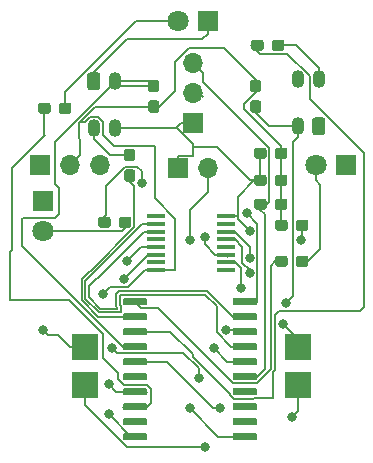
<source format=gbr>
G04 #@! TF.GenerationSoftware,KiCad,Pcbnew,(5.1.5)-3*
G04 #@! TF.CreationDate,2020-04-08T22:33:11-07:00*
G04 #@! TF.ProjectId,microbug,6d696372-6f62-4756-972e-6b696361645f,rev?*
G04 #@! TF.SameCoordinates,Original*
G04 #@! TF.FileFunction,Copper,L2,Bot*
G04 #@! TF.FilePolarity,Positive*
%FSLAX46Y46*%
G04 Gerber Fmt 4.6, Leading zero omitted, Abs format (unit mm)*
G04 Created by KiCad (PCBNEW (5.1.5)-3) date 2020-04-08 22:33:11*
%MOMM*%
%LPD*%
G04 APERTURE LIST*
%ADD10C,0.100000*%
%ADD11O,1.100000X1.500000*%
%ADD12R,1.500000X0.450000*%
%ADD13R,2.200000X2.200000*%
%ADD14O,1.700000X1.700000*%
%ADD15R,1.700000X1.700000*%
%ADD16C,1.800000*%
%ADD17R,1.800000X1.800000*%
%ADD18C,0.800000*%
%ADD19C,0.152400*%
G04 APERTURE END LIST*
G04 #@! TA.AperFunction,SMDPad,CuDef*
D10*
G36*
X69547703Y-93299722D02*
G01*
X69562264Y-93301882D01*
X69576543Y-93305459D01*
X69590403Y-93310418D01*
X69603710Y-93316712D01*
X69616336Y-93324280D01*
X69628159Y-93333048D01*
X69639066Y-93342934D01*
X69648952Y-93353841D01*
X69657720Y-93365664D01*
X69665288Y-93378290D01*
X69671582Y-93391597D01*
X69676541Y-93405457D01*
X69680118Y-93419736D01*
X69682278Y-93434297D01*
X69683000Y-93449000D01*
X69683000Y-93749000D01*
X69682278Y-93763703D01*
X69680118Y-93778264D01*
X69676541Y-93792543D01*
X69671582Y-93806403D01*
X69665288Y-93819710D01*
X69657720Y-93832336D01*
X69648952Y-93844159D01*
X69639066Y-93855066D01*
X69628159Y-93864952D01*
X69616336Y-93873720D01*
X69603710Y-93881288D01*
X69590403Y-93887582D01*
X69576543Y-93892541D01*
X69562264Y-93896118D01*
X69547703Y-93898278D01*
X69533000Y-93899000D01*
X67783000Y-93899000D01*
X67768297Y-93898278D01*
X67753736Y-93896118D01*
X67739457Y-93892541D01*
X67725597Y-93887582D01*
X67712290Y-93881288D01*
X67699664Y-93873720D01*
X67687841Y-93864952D01*
X67676934Y-93855066D01*
X67667048Y-93844159D01*
X67658280Y-93832336D01*
X67650712Y-93819710D01*
X67644418Y-93806403D01*
X67639459Y-93792543D01*
X67635882Y-93778264D01*
X67633722Y-93763703D01*
X67633000Y-93749000D01*
X67633000Y-93449000D01*
X67633722Y-93434297D01*
X67635882Y-93419736D01*
X67639459Y-93405457D01*
X67644418Y-93391597D01*
X67650712Y-93378290D01*
X67658280Y-93365664D01*
X67667048Y-93353841D01*
X67676934Y-93342934D01*
X67687841Y-93333048D01*
X67699664Y-93324280D01*
X67712290Y-93316712D01*
X67725597Y-93310418D01*
X67739457Y-93305459D01*
X67753736Y-93301882D01*
X67768297Y-93299722D01*
X67783000Y-93299000D01*
X69533000Y-93299000D01*
X69547703Y-93299722D01*
G37*
G04 #@! TD.AperFunction*
G04 #@! TA.AperFunction,SMDPad,CuDef*
G36*
X69547703Y-92029722D02*
G01*
X69562264Y-92031882D01*
X69576543Y-92035459D01*
X69590403Y-92040418D01*
X69603710Y-92046712D01*
X69616336Y-92054280D01*
X69628159Y-92063048D01*
X69639066Y-92072934D01*
X69648952Y-92083841D01*
X69657720Y-92095664D01*
X69665288Y-92108290D01*
X69671582Y-92121597D01*
X69676541Y-92135457D01*
X69680118Y-92149736D01*
X69682278Y-92164297D01*
X69683000Y-92179000D01*
X69683000Y-92479000D01*
X69682278Y-92493703D01*
X69680118Y-92508264D01*
X69676541Y-92522543D01*
X69671582Y-92536403D01*
X69665288Y-92549710D01*
X69657720Y-92562336D01*
X69648952Y-92574159D01*
X69639066Y-92585066D01*
X69628159Y-92594952D01*
X69616336Y-92603720D01*
X69603710Y-92611288D01*
X69590403Y-92617582D01*
X69576543Y-92622541D01*
X69562264Y-92626118D01*
X69547703Y-92628278D01*
X69533000Y-92629000D01*
X67783000Y-92629000D01*
X67768297Y-92628278D01*
X67753736Y-92626118D01*
X67739457Y-92622541D01*
X67725597Y-92617582D01*
X67712290Y-92611288D01*
X67699664Y-92603720D01*
X67687841Y-92594952D01*
X67676934Y-92585066D01*
X67667048Y-92574159D01*
X67658280Y-92562336D01*
X67650712Y-92549710D01*
X67644418Y-92536403D01*
X67639459Y-92522543D01*
X67635882Y-92508264D01*
X67633722Y-92493703D01*
X67633000Y-92479000D01*
X67633000Y-92179000D01*
X67633722Y-92164297D01*
X67635882Y-92149736D01*
X67639459Y-92135457D01*
X67644418Y-92121597D01*
X67650712Y-92108290D01*
X67658280Y-92095664D01*
X67667048Y-92083841D01*
X67676934Y-92072934D01*
X67687841Y-92063048D01*
X67699664Y-92054280D01*
X67712290Y-92046712D01*
X67725597Y-92040418D01*
X67739457Y-92035459D01*
X67753736Y-92031882D01*
X67768297Y-92029722D01*
X67783000Y-92029000D01*
X69533000Y-92029000D01*
X69547703Y-92029722D01*
G37*
G04 #@! TD.AperFunction*
G04 #@! TA.AperFunction,SMDPad,CuDef*
G36*
X69547703Y-90759722D02*
G01*
X69562264Y-90761882D01*
X69576543Y-90765459D01*
X69590403Y-90770418D01*
X69603710Y-90776712D01*
X69616336Y-90784280D01*
X69628159Y-90793048D01*
X69639066Y-90802934D01*
X69648952Y-90813841D01*
X69657720Y-90825664D01*
X69665288Y-90838290D01*
X69671582Y-90851597D01*
X69676541Y-90865457D01*
X69680118Y-90879736D01*
X69682278Y-90894297D01*
X69683000Y-90909000D01*
X69683000Y-91209000D01*
X69682278Y-91223703D01*
X69680118Y-91238264D01*
X69676541Y-91252543D01*
X69671582Y-91266403D01*
X69665288Y-91279710D01*
X69657720Y-91292336D01*
X69648952Y-91304159D01*
X69639066Y-91315066D01*
X69628159Y-91324952D01*
X69616336Y-91333720D01*
X69603710Y-91341288D01*
X69590403Y-91347582D01*
X69576543Y-91352541D01*
X69562264Y-91356118D01*
X69547703Y-91358278D01*
X69533000Y-91359000D01*
X67783000Y-91359000D01*
X67768297Y-91358278D01*
X67753736Y-91356118D01*
X67739457Y-91352541D01*
X67725597Y-91347582D01*
X67712290Y-91341288D01*
X67699664Y-91333720D01*
X67687841Y-91324952D01*
X67676934Y-91315066D01*
X67667048Y-91304159D01*
X67658280Y-91292336D01*
X67650712Y-91279710D01*
X67644418Y-91266403D01*
X67639459Y-91252543D01*
X67635882Y-91238264D01*
X67633722Y-91223703D01*
X67633000Y-91209000D01*
X67633000Y-90909000D01*
X67633722Y-90894297D01*
X67635882Y-90879736D01*
X67639459Y-90865457D01*
X67644418Y-90851597D01*
X67650712Y-90838290D01*
X67658280Y-90825664D01*
X67667048Y-90813841D01*
X67676934Y-90802934D01*
X67687841Y-90793048D01*
X67699664Y-90784280D01*
X67712290Y-90776712D01*
X67725597Y-90770418D01*
X67739457Y-90765459D01*
X67753736Y-90761882D01*
X67768297Y-90759722D01*
X67783000Y-90759000D01*
X69533000Y-90759000D01*
X69547703Y-90759722D01*
G37*
G04 #@! TD.AperFunction*
G04 #@! TA.AperFunction,SMDPad,CuDef*
G36*
X69547703Y-89489722D02*
G01*
X69562264Y-89491882D01*
X69576543Y-89495459D01*
X69590403Y-89500418D01*
X69603710Y-89506712D01*
X69616336Y-89514280D01*
X69628159Y-89523048D01*
X69639066Y-89532934D01*
X69648952Y-89543841D01*
X69657720Y-89555664D01*
X69665288Y-89568290D01*
X69671582Y-89581597D01*
X69676541Y-89595457D01*
X69680118Y-89609736D01*
X69682278Y-89624297D01*
X69683000Y-89639000D01*
X69683000Y-89939000D01*
X69682278Y-89953703D01*
X69680118Y-89968264D01*
X69676541Y-89982543D01*
X69671582Y-89996403D01*
X69665288Y-90009710D01*
X69657720Y-90022336D01*
X69648952Y-90034159D01*
X69639066Y-90045066D01*
X69628159Y-90054952D01*
X69616336Y-90063720D01*
X69603710Y-90071288D01*
X69590403Y-90077582D01*
X69576543Y-90082541D01*
X69562264Y-90086118D01*
X69547703Y-90088278D01*
X69533000Y-90089000D01*
X67783000Y-90089000D01*
X67768297Y-90088278D01*
X67753736Y-90086118D01*
X67739457Y-90082541D01*
X67725597Y-90077582D01*
X67712290Y-90071288D01*
X67699664Y-90063720D01*
X67687841Y-90054952D01*
X67676934Y-90045066D01*
X67667048Y-90034159D01*
X67658280Y-90022336D01*
X67650712Y-90009710D01*
X67644418Y-89996403D01*
X67639459Y-89982543D01*
X67635882Y-89968264D01*
X67633722Y-89953703D01*
X67633000Y-89939000D01*
X67633000Y-89639000D01*
X67633722Y-89624297D01*
X67635882Y-89609736D01*
X67639459Y-89595457D01*
X67644418Y-89581597D01*
X67650712Y-89568290D01*
X67658280Y-89555664D01*
X67667048Y-89543841D01*
X67676934Y-89532934D01*
X67687841Y-89523048D01*
X67699664Y-89514280D01*
X67712290Y-89506712D01*
X67725597Y-89500418D01*
X67739457Y-89495459D01*
X67753736Y-89491882D01*
X67768297Y-89489722D01*
X67783000Y-89489000D01*
X69533000Y-89489000D01*
X69547703Y-89489722D01*
G37*
G04 #@! TD.AperFunction*
G04 #@! TA.AperFunction,SMDPad,CuDef*
G36*
X69547703Y-88219722D02*
G01*
X69562264Y-88221882D01*
X69576543Y-88225459D01*
X69590403Y-88230418D01*
X69603710Y-88236712D01*
X69616336Y-88244280D01*
X69628159Y-88253048D01*
X69639066Y-88262934D01*
X69648952Y-88273841D01*
X69657720Y-88285664D01*
X69665288Y-88298290D01*
X69671582Y-88311597D01*
X69676541Y-88325457D01*
X69680118Y-88339736D01*
X69682278Y-88354297D01*
X69683000Y-88369000D01*
X69683000Y-88669000D01*
X69682278Y-88683703D01*
X69680118Y-88698264D01*
X69676541Y-88712543D01*
X69671582Y-88726403D01*
X69665288Y-88739710D01*
X69657720Y-88752336D01*
X69648952Y-88764159D01*
X69639066Y-88775066D01*
X69628159Y-88784952D01*
X69616336Y-88793720D01*
X69603710Y-88801288D01*
X69590403Y-88807582D01*
X69576543Y-88812541D01*
X69562264Y-88816118D01*
X69547703Y-88818278D01*
X69533000Y-88819000D01*
X67783000Y-88819000D01*
X67768297Y-88818278D01*
X67753736Y-88816118D01*
X67739457Y-88812541D01*
X67725597Y-88807582D01*
X67712290Y-88801288D01*
X67699664Y-88793720D01*
X67687841Y-88784952D01*
X67676934Y-88775066D01*
X67667048Y-88764159D01*
X67658280Y-88752336D01*
X67650712Y-88739710D01*
X67644418Y-88726403D01*
X67639459Y-88712543D01*
X67635882Y-88698264D01*
X67633722Y-88683703D01*
X67633000Y-88669000D01*
X67633000Y-88369000D01*
X67633722Y-88354297D01*
X67635882Y-88339736D01*
X67639459Y-88325457D01*
X67644418Y-88311597D01*
X67650712Y-88298290D01*
X67658280Y-88285664D01*
X67667048Y-88273841D01*
X67676934Y-88262934D01*
X67687841Y-88253048D01*
X67699664Y-88244280D01*
X67712290Y-88236712D01*
X67725597Y-88230418D01*
X67739457Y-88225459D01*
X67753736Y-88221882D01*
X67768297Y-88219722D01*
X67783000Y-88219000D01*
X69533000Y-88219000D01*
X69547703Y-88219722D01*
G37*
G04 #@! TD.AperFunction*
G04 #@! TA.AperFunction,SMDPad,CuDef*
G36*
X69547703Y-86949722D02*
G01*
X69562264Y-86951882D01*
X69576543Y-86955459D01*
X69590403Y-86960418D01*
X69603710Y-86966712D01*
X69616336Y-86974280D01*
X69628159Y-86983048D01*
X69639066Y-86992934D01*
X69648952Y-87003841D01*
X69657720Y-87015664D01*
X69665288Y-87028290D01*
X69671582Y-87041597D01*
X69676541Y-87055457D01*
X69680118Y-87069736D01*
X69682278Y-87084297D01*
X69683000Y-87099000D01*
X69683000Y-87399000D01*
X69682278Y-87413703D01*
X69680118Y-87428264D01*
X69676541Y-87442543D01*
X69671582Y-87456403D01*
X69665288Y-87469710D01*
X69657720Y-87482336D01*
X69648952Y-87494159D01*
X69639066Y-87505066D01*
X69628159Y-87514952D01*
X69616336Y-87523720D01*
X69603710Y-87531288D01*
X69590403Y-87537582D01*
X69576543Y-87542541D01*
X69562264Y-87546118D01*
X69547703Y-87548278D01*
X69533000Y-87549000D01*
X67783000Y-87549000D01*
X67768297Y-87548278D01*
X67753736Y-87546118D01*
X67739457Y-87542541D01*
X67725597Y-87537582D01*
X67712290Y-87531288D01*
X67699664Y-87523720D01*
X67687841Y-87514952D01*
X67676934Y-87505066D01*
X67667048Y-87494159D01*
X67658280Y-87482336D01*
X67650712Y-87469710D01*
X67644418Y-87456403D01*
X67639459Y-87442543D01*
X67635882Y-87428264D01*
X67633722Y-87413703D01*
X67633000Y-87399000D01*
X67633000Y-87099000D01*
X67633722Y-87084297D01*
X67635882Y-87069736D01*
X67639459Y-87055457D01*
X67644418Y-87041597D01*
X67650712Y-87028290D01*
X67658280Y-87015664D01*
X67667048Y-87003841D01*
X67676934Y-86992934D01*
X67687841Y-86983048D01*
X67699664Y-86974280D01*
X67712290Y-86966712D01*
X67725597Y-86960418D01*
X67739457Y-86955459D01*
X67753736Y-86951882D01*
X67768297Y-86949722D01*
X67783000Y-86949000D01*
X69533000Y-86949000D01*
X69547703Y-86949722D01*
G37*
G04 #@! TD.AperFunction*
G04 #@! TA.AperFunction,SMDPad,CuDef*
G36*
X69547703Y-85679722D02*
G01*
X69562264Y-85681882D01*
X69576543Y-85685459D01*
X69590403Y-85690418D01*
X69603710Y-85696712D01*
X69616336Y-85704280D01*
X69628159Y-85713048D01*
X69639066Y-85722934D01*
X69648952Y-85733841D01*
X69657720Y-85745664D01*
X69665288Y-85758290D01*
X69671582Y-85771597D01*
X69676541Y-85785457D01*
X69680118Y-85799736D01*
X69682278Y-85814297D01*
X69683000Y-85829000D01*
X69683000Y-86129000D01*
X69682278Y-86143703D01*
X69680118Y-86158264D01*
X69676541Y-86172543D01*
X69671582Y-86186403D01*
X69665288Y-86199710D01*
X69657720Y-86212336D01*
X69648952Y-86224159D01*
X69639066Y-86235066D01*
X69628159Y-86244952D01*
X69616336Y-86253720D01*
X69603710Y-86261288D01*
X69590403Y-86267582D01*
X69576543Y-86272541D01*
X69562264Y-86276118D01*
X69547703Y-86278278D01*
X69533000Y-86279000D01*
X67783000Y-86279000D01*
X67768297Y-86278278D01*
X67753736Y-86276118D01*
X67739457Y-86272541D01*
X67725597Y-86267582D01*
X67712290Y-86261288D01*
X67699664Y-86253720D01*
X67687841Y-86244952D01*
X67676934Y-86235066D01*
X67667048Y-86224159D01*
X67658280Y-86212336D01*
X67650712Y-86199710D01*
X67644418Y-86186403D01*
X67639459Y-86172543D01*
X67635882Y-86158264D01*
X67633722Y-86143703D01*
X67633000Y-86129000D01*
X67633000Y-85829000D01*
X67633722Y-85814297D01*
X67635882Y-85799736D01*
X67639459Y-85785457D01*
X67644418Y-85771597D01*
X67650712Y-85758290D01*
X67658280Y-85745664D01*
X67667048Y-85733841D01*
X67676934Y-85722934D01*
X67687841Y-85713048D01*
X67699664Y-85704280D01*
X67712290Y-85696712D01*
X67725597Y-85690418D01*
X67739457Y-85685459D01*
X67753736Y-85681882D01*
X67768297Y-85679722D01*
X67783000Y-85679000D01*
X69533000Y-85679000D01*
X69547703Y-85679722D01*
G37*
G04 #@! TD.AperFunction*
G04 #@! TA.AperFunction,SMDPad,CuDef*
G36*
X69547703Y-84409722D02*
G01*
X69562264Y-84411882D01*
X69576543Y-84415459D01*
X69590403Y-84420418D01*
X69603710Y-84426712D01*
X69616336Y-84434280D01*
X69628159Y-84443048D01*
X69639066Y-84452934D01*
X69648952Y-84463841D01*
X69657720Y-84475664D01*
X69665288Y-84488290D01*
X69671582Y-84501597D01*
X69676541Y-84515457D01*
X69680118Y-84529736D01*
X69682278Y-84544297D01*
X69683000Y-84559000D01*
X69683000Y-84859000D01*
X69682278Y-84873703D01*
X69680118Y-84888264D01*
X69676541Y-84902543D01*
X69671582Y-84916403D01*
X69665288Y-84929710D01*
X69657720Y-84942336D01*
X69648952Y-84954159D01*
X69639066Y-84965066D01*
X69628159Y-84974952D01*
X69616336Y-84983720D01*
X69603710Y-84991288D01*
X69590403Y-84997582D01*
X69576543Y-85002541D01*
X69562264Y-85006118D01*
X69547703Y-85008278D01*
X69533000Y-85009000D01*
X67783000Y-85009000D01*
X67768297Y-85008278D01*
X67753736Y-85006118D01*
X67739457Y-85002541D01*
X67725597Y-84997582D01*
X67712290Y-84991288D01*
X67699664Y-84983720D01*
X67687841Y-84974952D01*
X67676934Y-84965066D01*
X67667048Y-84954159D01*
X67658280Y-84942336D01*
X67650712Y-84929710D01*
X67644418Y-84916403D01*
X67639459Y-84902543D01*
X67635882Y-84888264D01*
X67633722Y-84873703D01*
X67633000Y-84859000D01*
X67633000Y-84559000D01*
X67633722Y-84544297D01*
X67635882Y-84529736D01*
X67639459Y-84515457D01*
X67644418Y-84501597D01*
X67650712Y-84488290D01*
X67658280Y-84475664D01*
X67667048Y-84463841D01*
X67676934Y-84452934D01*
X67687841Y-84443048D01*
X67699664Y-84434280D01*
X67712290Y-84426712D01*
X67725597Y-84420418D01*
X67739457Y-84415459D01*
X67753736Y-84411882D01*
X67768297Y-84409722D01*
X67783000Y-84409000D01*
X69533000Y-84409000D01*
X69547703Y-84409722D01*
G37*
G04 #@! TD.AperFunction*
G04 #@! TA.AperFunction,SMDPad,CuDef*
G36*
X69547703Y-83139722D02*
G01*
X69562264Y-83141882D01*
X69576543Y-83145459D01*
X69590403Y-83150418D01*
X69603710Y-83156712D01*
X69616336Y-83164280D01*
X69628159Y-83173048D01*
X69639066Y-83182934D01*
X69648952Y-83193841D01*
X69657720Y-83205664D01*
X69665288Y-83218290D01*
X69671582Y-83231597D01*
X69676541Y-83245457D01*
X69680118Y-83259736D01*
X69682278Y-83274297D01*
X69683000Y-83289000D01*
X69683000Y-83589000D01*
X69682278Y-83603703D01*
X69680118Y-83618264D01*
X69676541Y-83632543D01*
X69671582Y-83646403D01*
X69665288Y-83659710D01*
X69657720Y-83672336D01*
X69648952Y-83684159D01*
X69639066Y-83695066D01*
X69628159Y-83704952D01*
X69616336Y-83713720D01*
X69603710Y-83721288D01*
X69590403Y-83727582D01*
X69576543Y-83732541D01*
X69562264Y-83736118D01*
X69547703Y-83738278D01*
X69533000Y-83739000D01*
X67783000Y-83739000D01*
X67768297Y-83738278D01*
X67753736Y-83736118D01*
X67739457Y-83732541D01*
X67725597Y-83727582D01*
X67712290Y-83721288D01*
X67699664Y-83713720D01*
X67687841Y-83704952D01*
X67676934Y-83695066D01*
X67667048Y-83684159D01*
X67658280Y-83672336D01*
X67650712Y-83659710D01*
X67644418Y-83646403D01*
X67639459Y-83632543D01*
X67635882Y-83618264D01*
X67633722Y-83603703D01*
X67633000Y-83589000D01*
X67633000Y-83289000D01*
X67633722Y-83274297D01*
X67635882Y-83259736D01*
X67639459Y-83245457D01*
X67644418Y-83231597D01*
X67650712Y-83218290D01*
X67658280Y-83205664D01*
X67667048Y-83193841D01*
X67676934Y-83182934D01*
X67687841Y-83173048D01*
X67699664Y-83164280D01*
X67712290Y-83156712D01*
X67725597Y-83150418D01*
X67739457Y-83145459D01*
X67753736Y-83141882D01*
X67768297Y-83139722D01*
X67783000Y-83139000D01*
X69533000Y-83139000D01*
X69547703Y-83139722D01*
G37*
G04 #@! TD.AperFunction*
G04 #@! TA.AperFunction,SMDPad,CuDef*
G36*
X69547703Y-81869722D02*
G01*
X69562264Y-81871882D01*
X69576543Y-81875459D01*
X69590403Y-81880418D01*
X69603710Y-81886712D01*
X69616336Y-81894280D01*
X69628159Y-81903048D01*
X69639066Y-81912934D01*
X69648952Y-81923841D01*
X69657720Y-81935664D01*
X69665288Y-81948290D01*
X69671582Y-81961597D01*
X69676541Y-81975457D01*
X69680118Y-81989736D01*
X69682278Y-82004297D01*
X69683000Y-82019000D01*
X69683000Y-82319000D01*
X69682278Y-82333703D01*
X69680118Y-82348264D01*
X69676541Y-82362543D01*
X69671582Y-82376403D01*
X69665288Y-82389710D01*
X69657720Y-82402336D01*
X69648952Y-82414159D01*
X69639066Y-82425066D01*
X69628159Y-82434952D01*
X69616336Y-82443720D01*
X69603710Y-82451288D01*
X69590403Y-82457582D01*
X69576543Y-82462541D01*
X69562264Y-82466118D01*
X69547703Y-82468278D01*
X69533000Y-82469000D01*
X67783000Y-82469000D01*
X67768297Y-82468278D01*
X67753736Y-82466118D01*
X67739457Y-82462541D01*
X67725597Y-82457582D01*
X67712290Y-82451288D01*
X67699664Y-82443720D01*
X67687841Y-82434952D01*
X67676934Y-82425066D01*
X67667048Y-82414159D01*
X67658280Y-82402336D01*
X67650712Y-82389710D01*
X67644418Y-82376403D01*
X67639459Y-82362543D01*
X67635882Y-82348264D01*
X67633722Y-82333703D01*
X67633000Y-82319000D01*
X67633000Y-82019000D01*
X67633722Y-82004297D01*
X67635882Y-81989736D01*
X67639459Y-81975457D01*
X67644418Y-81961597D01*
X67650712Y-81948290D01*
X67658280Y-81935664D01*
X67667048Y-81923841D01*
X67676934Y-81912934D01*
X67687841Y-81903048D01*
X67699664Y-81894280D01*
X67712290Y-81886712D01*
X67725597Y-81880418D01*
X67739457Y-81875459D01*
X67753736Y-81871882D01*
X67768297Y-81869722D01*
X67783000Y-81869000D01*
X69533000Y-81869000D01*
X69547703Y-81869722D01*
G37*
G04 #@! TD.AperFunction*
G04 #@! TA.AperFunction,SMDPad,CuDef*
G36*
X60247703Y-81869722D02*
G01*
X60262264Y-81871882D01*
X60276543Y-81875459D01*
X60290403Y-81880418D01*
X60303710Y-81886712D01*
X60316336Y-81894280D01*
X60328159Y-81903048D01*
X60339066Y-81912934D01*
X60348952Y-81923841D01*
X60357720Y-81935664D01*
X60365288Y-81948290D01*
X60371582Y-81961597D01*
X60376541Y-81975457D01*
X60380118Y-81989736D01*
X60382278Y-82004297D01*
X60383000Y-82019000D01*
X60383000Y-82319000D01*
X60382278Y-82333703D01*
X60380118Y-82348264D01*
X60376541Y-82362543D01*
X60371582Y-82376403D01*
X60365288Y-82389710D01*
X60357720Y-82402336D01*
X60348952Y-82414159D01*
X60339066Y-82425066D01*
X60328159Y-82434952D01*
X60316336Y-82443720D01*
X60303710Y-82451288D01*
X60290403Y-82457582D01*
X60276543Y-82462541D01*
X60262264Y-82466118D01*
X60247703Y-82468278D01*
X60233000Y-82469000D01*
X58483000Y-82469000D01*
X58468297Y-82468278D01*
X58453736Y-82466118D01*
X58439457Y-82462541D01*
X58425597Y-82457582D01*
X58412290Y-82451288D01*
X58399664Y-82443720D01*
X58387841Y-82434952D01*
X58376934Y-82425066D01*
X58367048Y-82414159D01*
X58358280Y-82402336D01*
X58350712Y-82389710D01*
X58344418Y-82376403D01*
X58339459Y-82362543D01*
X58335882Y-82348264D01*
X58333722Y-82333703D01*
X58333000Y-82319000D01*
X58333000Y-82019000D01*
X58333722Y-82004297D01*
X58335882Y-81989736D01*
X58339459Y-81975457D01*
X58344418Y-81961597D01*
X58350712Y-81948290D01*
X58358280Y-81935664D01*
X58367048Y-81923841D01*
X58376934Y-81912934D01*
X58387841Y-81903048D01*
X58399664Y-81894280D01*
X58412290Y-81886712D01*
X58425597Y-81880418D01*
X58439457Y-81875459D01*
X58453736Y-81871882D01*
X58468297Y-81869722D01*
X58483000Y-81869000D01*
X60233000Y-81869000D01*
X60247703Y-81869722D01*
G37*
G04 #@! TD.AperFunction*
G04 #@! TA.AperFunction,SMDPad,CuDef*
G36*
X60247703Y-83139722D02*
G01*
X60262264Y-83141882D01*
X60276543Y-83145459D01*
X60290403Y-83150418D01*
X60303710Y-83156712D01*
X60316336Y-83164280D01*
X60328159Y-83173048D01*
X60339066Y-83182934D01*
X60348952Y-83193841D01*
X60357720Y-83205664D01*
X60365288Y-83218290D01*
X60371582Y-83231597D01*
X60376541Y-83245457D01*
X60380118Y-83259736D01*
X60382278Y-83274297D01*
X60383000Y-83289000D01*
X60383000Y-83589000D01*
X60382278Y-83603703D01*
X60380118Y-83618264D01*
X60376541Y-83632543D01*
X60371582Y-83646403D01*
X60365288Y-83659710D01*
X60357720Y-83672336D01*
X60348952Y-83684159D01*
X60339066Y-83695066D01*
X60328159Y-83704952D01*
X60316336Y-83713720D01*
X60303710Y-83721288D01*
X60290403Y-83727582D01*
X60276543Y-83732541D01*
X60262264Y-83736118D01*
X60247703Y-83738278D01*
X60233000Y-83739000D01*
X58483000Y-83739000D01*
X58468297Y-83738278D01*
X58453736Y-83736118D01*
X58439457Y-83732541D01*
X58425597Y-83727582D01*
X58412290Y-83721288D01*
X58399664Y-83713720D01*
X58387841Y-83704952D01*
X58376934Y-83695066D01*
X58367048Y-83684159D01*
X58358280Y-83672336D01*
X58350712Y-83659710D01*
X58344418Y-83646403D01*
X58339459Y-83632543D01*
X58335882Y-83618264D01*
X58333722Y-83603703D01*
X58333000Y-83589000D01*
X58333000Y-83289000D01*
X58333722Y-83274297D01*
X58335882Y-83259736D01*
X58339459Y-83245457D01*
X58344418Y-83231597D01*
X58350712Y-83218290D01*
X58358280Y-83205664D01*
X58367048Y-83193841D01*
X58376934Y-83182934D01*
X58387841Y-83173048D01*
X58399664Y-83164280D01*
X58412290Y-83156712D01*
X58425597Y-83150418D01*
X58439457Y-83145459D01*
X58453736Y-83141882D01*
X58468297Y-83139722D01*
X58483000Y-83139000D01*
X60233000Y-83139000D01*
X60247703Y-83139722D01*
G37*
G04 #@! TD.AperFunction*
G04 #@! TA.AperFunction,SMDPad,CuDef*
G36*
X60247703Y-84409722D02*
G01*
X60262264Y-84411882D01*
X60276543Y-84415459D01*
X60290403Y-84420418D01*
X60303710Y-84426712D01*
X60316336Y-84434280D01*
X60328159Y-84443048D01*
X60339066Y-84452934D01*
X60348952Y-84463841D01*
X60357720Y-84475664D01*
X60365288Y-84488290D01*
X60371582Y-84501597D01*
X60376541Y-84515457D01*
X60380118Y-84529736D01*
X60382278Y-84544297D01*
X60383000Y-84559000D01*
X60383000Y-84859000D01*
X60382278Y-84873703D01*
X60380118Y-84888264D01*
X60376541Y-84902543D01*
X60371582Y-84916403D01*
X60365288Y-84929710D01*
X60357720Y-84942336D01*
X60348952Y-84954159D01*
X60339066Y-84965066D01*
X60328159Y-84974952D01*
X60316336Y-84983720D01*
X60303710Y-84991288D01*
X60290403Y-84997582D01*
X60276543Y-85002541D01*
X60262264Y-85006118D01*
X60247703Y-85008278D01*
X60233000Y-85009000D01*
X58483000Y-85009000D01*
X58468297Y-85008278D01*
X58453736Y-85006118D01*
X58439457Y-85002541D01*
X58425597Y-84997582D01*
X58412290Y-84991288D01*
X58399664Y-84983720D01*
X58387841Y-84974952D01*
X58376934Y-84965066D01*
X58367048Y-84954159D01*
X58358280Y-84942336D01*
X58350712Y-84929710D01*
X58344418Y-84916403D01*
X58339459Y-84902543D01*
X58335882Y-84888264D01*
X58333722Y-84873703D01*
X58333000Y-84859000D01*
X58333000Y-84559000D01*
X58333722Y-84544297D01*
X58335882Y-84529736D01*
X58339459Y-84515457D01*
X58344418Y-84501597D01*
X58350712Y-84488290D01*
X58358280Y-84475664D01*
X58367048Y-84463841D01*
X58376934Y-84452934D01*
X58387841Y-84443048D01*
X58399664Y-84434280D01*
X58412290Y-84426712D01*
X58425597Y-84420418D01*
X58439457Y-84415459D01*
X58453736Y-84411882D01*
X58468297Y-84409722D01*
X58483000Y-84409000D01*
X60233000Y-84409000D01*
X60247703Y-84409722D01*
G37*
G04 #@! TD.AperFunction*
G04 #@! TA.AperFunction,SMDPad,CuDef*
G36*
X60247703Y-85679722D02*
G01*
X60262264Y-85681882D01*
X60276543Y-85685459D01*
X60290403Y-85690418D01*
X60303710Y-85696712D01*
X60316336Y-85704280D01*
X60328159Y-85713048D01*
X60339066Y-85722934D01*
X60348952Y-85733841D01*
X60357720Y-85745664D01*
X60365288Y-85758290D01*
X60371582Y-85771597D01*
X60376541Y-85785457D01*
X60380118Y-85799736D01*
X60382278Y-85814297D01*
X60383000Y-85829000D01*
X60383000Y-86129000D01*
X60382278Y-86143703D01*
X60380118Y-86158264D01*
X60376541Y-86172543D01*
X60371582Y-86186403D01*
X60365288Y-86199710D01*
X60357720Y-86212336D01*
X60348952Y-86224159D01*
X60339066Y-86235066D01*
X60328159Y-86244952D01*
X60316336Y-86253720D01*
X60303710Y-86261288D01*
X60290403Y-86267582D01*
X60276543Y-86272541D01*
X60262264Y-86276118D01*
X60247703Y-86278278D01*
X60233000Y-86279000D01*
X58483000Y-86279000D01*
X58468297Y-86278278D01*
X58453736Y-86276118D01*
X58439457Y-86272541D01*
X58425597Y-86267582D01*
X58412290Y-86261288D01*
X58399664Y-86253720D01*
X58387841Y-86244952D01*
X58376934Y-86235066D01*
X58367048Y-86224159D01*
X58358280Y-86212336D01*
X58350712Y-86199710D01*
X58344418Y-86186403D01*
X58339459Y-86172543D01*
X58335882Y-86158264D01*
X58333722Y-86143703D01*
X58333000Y-86129000D01*
X58333000Y-85829000D01*
X58333722Y-85814297D01*
X58335882Y-85799736D01*
X58339459Y-85785457D01*
X58344418Y-85771597D01*
X58350712Y-85758290D01*
X58358280Y-85745664D01*
X58367048Y-85733841D01*
X58376934Y-85722934D01*
X58387841Y-85713048D01*
X58399664Y-85704280D01*
X58412290Y-85696712D01*
X58425597Y-85690418D01*
X58439457Y-85685459D01*
X58453736Y-85681882D01*
X58468297Y-85679722D01*
X58483000Y-85679000D01*
X60233000Y-85679000D01*
X60247703Y-85679722D01*
G37*
G04 #@! TD.AperFunction*
G04 #@! TA.AperFunction,SMDPad,CuDef*
G36*
X60247703Y-86949722D02*
G01*
X60262264Y-86951882D01*
X60276543Y-86955459D01*
X60290403Y-86960418D01*
X60303710Y-86966712D01*
X60316336Y-86974280D01*
X60328159Y-86983048D01*
X60339066Y-86992934D01*
X60348952Y-87003841D01*
X60357720Y-87015664D01*
X60365288Y-87028290D01*
X60371582Y-87041597D01*
X60376541Y-87055457D01*
X60380118Y-87069736D01*
X60382278Y-87084297D01*
X60383000Y-87099000D01*
X60383000Y-87399000D01*
X60382278Y-87413703D01*
X60380118Y-87428264D01*
X60376541Y-87442543D01*
X60371582Y-87456403D01*
X60365288Y-87469710D01*
X60357720Y-87482336D01*
X60348952Y-87494159D01*
X60339066Y-87505066D01*
X60328159Y-87514952D01*
X60316336Y-87523720D01*
X60303710Y-87531288D01*
X60290403Y-87537582D01*
X60276543Y-87542541D01*
X60262264Y-87546118D01*
X60247703Y-87548278D01*
X60233000Y-87549000D01*
X58483000Y-87549000D01*
X58468297Y-87548278D01*
X58453736Y-87546118D01*
X58439457Y-87542541D01*
X58425597Y-87537582D01*
X58412290Y-87531288D01*
X58399664Y-87523720D01*
X58387841Y-87514952D01*
X58376934Y-87505066D01*
X58367048Y-87494159D01*
X58358280Y-87482336D01*
X58350712Y-87469710D01*
X58344418Y-87456403D01*
X58339459Y-87442543D01*
X58335882Y-87428264D01*
X58333722Y-87413703D01*
X58333000Y-87399000D01*
X58333000Y-87099000D01*
X58333722Y-87084297D01*
X58335882Y-87069736D01*
X58339459Y-87055457D01*
X58344418Y-87041597D01*
X58350712Y-87028290D01*
X58358280Y-87015664D01*
X58367048Y-87003841D01*
X58376934Y-86992934D01*
X58387841Y-86983048D01*
X58399664Y-86974280D01*
X58412290Y-86966712D01*
X58425597Y-86960418D01*
X58439457Y-86955459D01*
X58453736Y-86951882D01*
X58468297Y-86949722D01*
X58483000Y-86949000D01*
X60233000Y-86949000D01*
X60247703Y-86949722D01*
G37*
G04 #@! TD.AperFunction*
G04 #@! TA.AperFunction,SMDPad,CuDef*
G36*
X60247703Y-88219722D02*
G01*
X60262264Y-88221882D01*
X60276543Y-88225459D01*
X60290403Y-88230418D01*
X60303710Y-88236712D01*
X60316336Y-88244280D01*
X60328159Y-88253048D01*
X60339066Y-88262934D01*
X60348952Y-88273841D01*
X60357720Y-88285664D01*
X60365288Y-88298290D01*
X60371582Y-88311597D01*
X60376541Y-88325457D01*
X60380118Y-88339736D01*
X60382278Y-88354297D01*
X60383000Y-88369000D01*
X60383000Y-88669000D01*
X60382278Y-88683703D01*
X60380118Y-88698264D01*
X60376541Y-88712543D01*
X60371582Y-88726403D01*
X60365288Y-88739710D01*
X60357720Y-88752336D01*
X60348952Y-88764159D01*
X60339066Y-88775066D01*
X60328159Y-88784952D01*
X60316336Y-88793720D01*
X60303710Y-88801288D01*
X60290403Y-88807582D01*
X60276543Y-88812541D01*
X60262264Y-88816118D01*
X60247703Y-88818278D01*
X60233000Y-88819000D01*
X58483000Y-88819000D01*
X58468297Y-88818278D01*
X58453736Y-88816118D01*
X58439457Y-88812541D01*
X58425597Y-88807582D01*
X58412290Y-88801288D01*
X58399664Y-88793720D01*
X58387841Y-88784952D01*
X58376934Y-88775066D01*
X58367048Y-88764159D01*
X58358280Y-88752336D01*
X58350712Y-88739710D01*
X58344418Y-88726403D01*
X58339459Y-88712543D01*
X58335882Y-88698264D01*
X58333722Y-88683703D01*
X58333000Y-88669000D01*
X58333000Y-88369000D01*
X58333722Y-88354297D01*
X58335882Y-88339736D01*
X58339459Y-88325457D01*
X58344418Y-88311597D01*
X58350712Y-88298290D01*
X58358280Y-88285664D01*
X58367048Y-88273841D01*
X58376934Y-88262934D01*
X58387841Y-88253048D01*
X58399664Y-88244280D01*
X58412290Y-88236712D01*
X58425597Y-88230418D01*
X58439457Y-88225459D01*
X58453736Y-88221882D01*
X58468297Y-88219722D01*
X58483000Y-88219000D01*
X60233000Y-88219000D01*
X60247703Y-88219722D01*
G37*
G04 #@! TD.AperFunction*
G04 #@! TA.AperFunction,SMDPad,CuDef*
G36*
X60247703Y-89489722D02*
G01*
X60262264Y-89491882D01*
X60276543Y-89495459D01*
X60290403Y-89500418D01*
X60303710Y-89506712D01*
X60316336Y-89514280D01*
X60328159Y-89523048D01*
X60339066Y-89532934D01*
X60348952Y-89543841D01*
X60357720Y-89555664D01*
X60365288Y-89568290D01*
X60371582Y-89581597D01*
X60376541Y-89595457D01*
X60380118Y-89609736D01*
X60382278Y-89624297D01*
X60383000Y-89639000D01*
X60383000Y-89939000D01*
X60382278Y-89953703D01*
X60380118Y-89968264D01*
X60376541Y-89982543D01*
X60371582Y-89996403D01*
X60365288Y-90009710D01*
X60357720Y-90022336D01*
X60348952Y-90034159D01*
X60339066Y-90045066D01*
X60328159Y-90054952D01*
X60316336Y-90063720D01*
X60303710Y-90071288D01*
X60290403Y-90077582D01*
X60276543Y-90082541D01*
X60262264Y-90086118D01*
X60247703Y-90088278D01*
X60233000Y-90089000D01*
X58483000Y-90089000D01*
X58468297Y-90088278D01*
X58453736Y-90086118D01*
X58439457Y-90082541D01*
X58425597Y-90077582D01*
X58412290Y-90071288D01*
X58399664Y-90063720D01*
X58387841Y-90054952D01*
X58376934Y-90045066D01*
X58367048Y-90034159D01*
X58358280Y-90022336D01*
X58350712Y-90009710D01*
X58344418Y-89996403D01*
X58339459Y-89982543D01*
X58335882Y-89968264D01*
X58333722Y-89953703D01*
X58333000Y-89939000D01*
X58333000Y-89639000D01*
X58333722Y-89624297D01*
X58335882Y-89609736D01*
X58339459Y-89595457D01*
X58344418Y-89581597D01*
X58350712Y-89568290D01*
X58358280Y-89555664D01*
X58367048Y-89543841D01*
X58376934Y-89532934D01*
X58387841Y-89523048D01*
X58399664Y-89514280D01*
X58412290Y-89506712D01*
X58425597Y-89500418D01*
X58439457Y-89495459D01*
X58453736Y-89491882D01*
X58468297Y-89489722D01*
X58483000Y-89489000D01*
X60233000Y-89489000D01*
X60247703Y-89489722D01*
G37*
G04 #@! TD.AperFunction*
G04 #@! TA.AperFunction,SMDPad,CuDef*
G36*
X60247703Y-90759722D02*
G01*
X60262264Y-90761882D01*
X60276543Y-90765459D01*
X60290403Y-90770418D01*
X60303710Y-90776712D01*
X60316336Y-90784280D01*
X60328159Y-90793048D01*
X60339066Y-90802934D01*
X60348952Y-90813841D01*
X60357720Y-90825664D01*
X60365288Y-90838290D01*
X60371582Y-90851597D01*
X60376541Y-90865457D01*
X60380118Y-90879736D01*
X60382278Y-90894297D01*
X60383000Y-90909000D01*
X60383000Y-91209000D01*
X60382278Y-91223703D01*
X60380118Y-91238264D01*
X60376541Y-91252543D01*
X60371582Y-91266403D01*
X60365288Y-91279710D01*
X60357720Y-91292336D01*
X60348952Y-91304159D01*
X60339066Y-91315066D01*
X60328159Y-91324952D01*
X60316336Y-91333720D01*
X60303710Y-91341288D01*
X60290403Y-91347582D01*
X60276543Y-91352541D01*
X60262264Y-91356118D01*
X60247703Y-91358278D01*
X60233000Y-91359000D01*
X58483000Y-91359000D01*
X58468297Y-91358278D01*
X58453736Y-91356118D01*
X58439457Y-91352541D01*
X58425597Y-91347582D01*
X58412290Y-91341288D01*
X58399664Y-91333720D01*
X58387841Y-91324952D01*
X58376934Y-91315066D01*
X58367048Y-91304159D01*
X58358280Y-91292336D01*
X58350712Y-91279710D01*
X58344418Y-91266403D01*
X58339459Y-91252543D01*
X58335882Y-91238264D01*
X58333722Y-91223703D01*
X58333000Y-91209000D01*
X58333000Y-90909000D01*
X58333722Y-90894297D01*
X58335882Y-90879736D01*
X58339459Y-90865457D01*
X58344418Y-90851597D01*
X58350712Y-90838290D01*
X58358280Y-90825664D01*
X58367048Y-90813841D01*
X58376934Y-90802934D01*
X58387841Y-90793048D01*
X58399664Y-90784280D01*
X58412290Y-90776712D01*
X58425597Y-90770418D01*
X58439457Y-90765459D01*
X58453736Y-90761882D01*
X58468297Y-90759722D01*
X58483000Y-90759000D01*
X60233000Y-90759000D01*
X60247703Y-90759722D01*
G37*
G04 #@! TD.AperFunction*
G04 #@! TA.AperFunction,SMDPad,CuDef*
G36*
X60247703Y-92029722D02*
G01*
X60262264Y-92031882D01*
X60276543Y-92035459D01*
X60290403Y-92040418D01*
X60303710Y-92046712D01*
X60316336Y-92054280D01*
X60328159Y-92063048D01*
X60339066Y-92072934D01*
X60348952Y-92083841D01*
X60357720Y-92095664D01*
X60365288Y-92108290D01*
X60371582Y-92121597D01*
X60376541Y-92135457D01*
X60380118Y-92149736D01*
X60382278Y-92164297D01*
X60383000Y-92179000D01*
X60383000Y-92479000D01*
X60382278Y-92493703D01*
X60380118Y-92508264D01*
X60376541Y-92522543D01*
X60371582Y-92536403D01*
X60365288Y-92549710D01*
X60357720Y-92562336D01*
X60348952Y-92574159D01*
X60339066Y-92585066D01*
X60328159Y-92594952D01*
X60316336Y-92603720D01*
X60303710Y-92611288D01*
X60290403Y-92617582D01*
X60276543Y-92622541D01*
X60262264Y-92626118D01*
X60247703Y-92628278D01*
X60233000Y-92629000D01*
X58483000Y-92629000D01*
X58468297Y-92628278D01*
X58453736Y-92626118D01*
X58439457Y-92622541D01*
X58425597Y-92617582D01*
X58412290Y-92611288D01*
X58399664Y-92603720D01*
X58387841Y-92594952D01*
X58376934Y-92585066D01*
X58367048Y-92574159D01*
X58358280Y-92562336D01*
X58350712Y-92549710D01*
X58344418Y-92536403D01*
X58339459Y-92522543D01*
X58335882Y-92508264D01*
X58333722Y-92493703D01*
X58333000Y-92479000D01*
X58333000Y-92179000D01*
X58333722Y-92164297D01*
X58335882Y-92149736D01*
X58339459Y-92135457D01*
X58344418Y-92121597D01*
X58350712Y-92108290D01*
X58358280Y-92095664D01*
X58367048Y-92083841D01*
X58376934Y-92072934D01*
X58387841Y-92063048D01*
X58399664Y-92054280D01*
X58412290Y-92046712D01*
X58425597Y-92040418D01*
X58439457Y-92035459D01*
X58453736Y-92031882D01*
X58468297Y-92029722D01*
X58483000Y-92029000D01*
X60233000Y-92029000D01*
X60247703Y-92029722D01*
G37*
G04 #@! TD.AperFunction*
G04 #@! TA.AperFunction,SMDPad,CuDef*
G36*
X60247703Y-93299722D02*
G01*
X60262264Y-93301882D01*
X60276543Y-93305459D01*
X60290403Y-93310418D01*
X60303710Y-93316712D01*
X60316336Y-93324280D01*
X60328159Y-93333048D01*
X60339066Y-93342934D01*
X60348952Y-93353841D01*
X60357720Y-93365664D01*
X60365288Y-93378290D01*
X60371582Y-93391597D01*
X60376541Y-93405457D01*
X60380118Y-93419736D01*
X60382278Y-93434297D01*
X60383000Y-93449000D01*
X60383000Y-93749000D01*
X60382278Y-93763703D01*
X60380118Y-93778264D01*
X60376541Y-93792543D01*
X60371582Y-93806403D01*
X60365288Y-93819710D01*
X60357720Y-93832336D01*
X60348952Y-93844159D01*
X60339066Y-93855066D01*
X60328159Y-93864952D01*
X60316336Y-93873720D01*
X60303710Y-93881288D01*
X60290403Y-93887582D01*
X60276543Y-93892541D01*
X60262264Y-93896118D01*
X60247703Y-93898278D01*
X60233000Y-93899000D01*
X58483000Y-93899000D01*
X58468297Y-93898278D01*
X58453736Y-93896118D01*
X58439457Y-93892541D01*
X58425597Y-93887582D01*
X58412290Y-93881288D01*
X58399664Y-93873720D01*
X58387841Y-93864952D01*
X58376934Y-93855066D01*
X58367048Y-93844159D01*
X58358280Y-93832336D01*
X58350712Y-93819710D01*
X58344418Y-93806403D01*
X58339459Y-93792543D01*
X58335882Y-93778264D01*
X58333722Y-93763703D01*
X58333000Y-93749000D01*
X58333000Y-93449000D01*
X58333722Y-93434297D01*
X58335882Y-93419736D01*
X58339459Y-93405457D01*
X58344418Y-93391597D01*
X58350712Y-93378290D01*
X58358280Y-93365664D01*
X58367048Y-93353841D01*
X58376934Y-93342934D01*
X58387841Y-93333048D01*
X58399664Y-93324280D01*
X58412290Y-93316712D01*
X58425597Y-93310418D01*
X58439457Y-93305459D01*
X58453736Y-93301882D01*
X58468297Y-93299722D01*
X58483000Y-93299000D01*
X60233000Y-93299000D01*
X60247703Y-93299722D01*
G37*
G04 #@! TD.AperFunction*
D11*
X73130000Y-63310000D03*
X74930000Y-63310000D03*
G04 #@! TA.AperFunction,ComponentPad*
D10*
G36*
X75254775Y-66561202D02*
G01*
X75279014Y-66564798D01*
X75302784Y-66570752D01*
X75325856Y-66579007D01*
X75348008Y-66589484D01*
X75369026Y-66602082D01*
X75388708Y-66616679D01*
X75406865Y-66633135D01*
X75423321Y-66651292D01*
X75437918Y-66670974D01*
X75450516Y-66691992D01*
X75460993Y-66714144D01*
X75469248Y-66737216D01*
X75475202Y-66760986D01*
X75478798Y-66785225D01*
X75480000Y-66809700D01*
X75480000Y-67810300D01*
X75478798Y-67834775D01*
X75475202Y-67859014D01*
X75469248Y-67882784D01*
X75460993Y-67905856D01*
X75450516Y-67928008D01*
X75437918Y-67949026D01*
X75423321Y-67968708D01*
X75406865Y-67986865D01*
X75388708Y-68003321D01*
X75369026Y-68017918D01*
X75348008Y-68030516D01*
X75325856Y-68040993D01*
X75302784Y-68049248D01*
X75279014Y-68055202D01*
X75254775Y-68058798D01*
X75230300Y-68060000D01*
X74629700Y-68060000D01*
X74605225Y-68058798D01*
X74580986Y-68055202D01*
X74557216Y-68049248D01*
X74534144Y-68040993D01*
X74511992Y-68030516D01*
X74490974Y-68017918D01*
X74471292Y-68003321D01*
X74453135Y-67986865D01*
X74436679Y-67968708D01*
X74422082Y-67949026D01*
X74409484Y-67928008D01*
X74399007Y-67905856D01*
X74390752Y-67882784D01*
X74384798Y-67859014D01*
X74381202Y-67834775D01*
X74380000Y-67810300D01*
X74380000Y-66809700D01*
X74381202Y-66785225D01*
X74384798Y-66760986D01*
X74390752Y-66737216D01*
X74399007Y-66714144D01*
X74409484Y-66691992D01*
X74422082Y-66670974D01*
X74436679Y-66651292D01*
X74453135Y-66633135D01*
X74471292Y-66616679D01*
X74490974Y-66602082D01*
X74511992Y-66589484D01*
X74534144Y-66579007D01*
X74557216Y-66570752D01*
X74580986Y-66564798D01*
X74605225Y-66561202D01*
X74629700Y-66560000D01*
X75230300Y-66560000D01*
X75254775Y-66561202D01*
G37*
G04 #@! TD.AperFunction*
D11*
X73130000Y-67310000D03*
D12*
X67085000Y-79491000D03*
X67085000Y-78841000D03*
X67085000Y-78191000D03*
X67085000Y-77541000D03*
X67085000Y-76891000D03*
X67085000Y-76241000D03*
X67085000Y-75591000D03*
X67085000Y-74941000D03*
X61185000Y-74941000D03*
X61185000Y-75591000D03*
X61185000Y-76241000D03*
X61185000Y-76891000D03*
X61185000Y-77541000D03*
X61185000Y-78191000D03*
X61185000Y-78841000D03*
X61185000Y-79491000D03*
D11*
X57680000Y-67500000D03*
X55880000Y-67500000D03*
G04 #@! TA.AperFunction,ComponentPad*
D10*
G36*
X56204775Y-62751202D02*
G01*
X56229014Y-62754798D01*
X56252784Y-62760752D01*
X56275856Y-62769007D01*
X56298008Y-62779484D01*
X56319026Y-62792082D01*
X56338708Y-62806679D01*
X56356865Y-62823135D01*
X56373321Y-62841292D01*
X56387918Y-62860974D01*
X56400516Y-62881992D01*
X56410993Y-62904144D01*
X56419248Y-62927216D01*
X56425202Y-62950986D01*
X56428798Y-62975225D01*
X56430000Y-62999700D01*
X56430000Y-64000300D01*
X56428798Y-64024775D01*
X56425202Y-64049014D01*
X56419248Y-64072784D01*
X56410993Y-64095856D01*
X56400516Y-64118008D01*
X56387918Y-64139026D01*
X56373321Y-64158708D01*
X56356865Y-64176865D01*
X56338708Y-64193321D01*
X56319026Y-64207918D01*
X56298008Y-64220516D01*
X56275856Y-64230993D01*
X56252784Y-64239248D01*
X56229014Y-64245202D01*
X56204775Y-64248798D01*
X56180300Y-64250000D01*
X55579700Y-64250000D01*
X55555225Y-64248798D01*
X55530986Y-64245202D01*
X55507216Y-64239248D01*
X55484144Y-64230993D01*
X55461992Y-64220516D01*
X55440974Y-64207918D01*
X55421292Y-64193321D01*
X55403135Y-64176865D01*
X55386679Y-64158708D01*
X55372082Y-64139026D01*
X55359484Y-64118008D01*
X55349007Y-64095856D01*
X55340752Y-64072784D01*
X55334798Y-64049014D01*
X55331202Y-64024775D01*
X55330000Y-64000300D01*
X55330000Y-62999700D01*
X55331202Y-62975225D01*
X55334798Y-62950986D01*
X55340752Y-62927216D01*
X55349007Y-62904144D01*
X55359484Y-62881992D01*
X55372082Y-62860974D01*
X55386679Y-62841292D01*
X55403135Y-62823135D01*
X55421292Y-62806679D01*
X55440974Y-62792082D01*
X55461992Y-62779484D01*
X55484144Y-62769007D01*
X55507216Y-62760752D01*
X55530986Y-62754798D01*
X55555225Y-62751202D01*
X55579700Y-62750000D01*
X56180300Y-62750000D01*
X56204775Y-62751202D01*
G37*
G04 #@! TD.AperFunction*
D11*
X57680000Y-63500000D03*
G04 #@! TA.AperFunction,SMDPad,CuDef*
D10*
G36*
X70301779Y-73440144D02*
G01*
X70324834Y-73443563D01*
X70347443Y-73449227D01*
X70369387Y-73457079D01*
X70390457Y-73467044D01*
X70410448Y-73479026D01*
X70429168Y-73492910D01*
X70446438Y-73508562D01*
X70462090Y-73525832D01*
X70475974Y-73544552D01*
X70487956Y-73564543D01*
X70497921Y-73585613D01*
X70505773Y-73607557D01*
X70511437Y-73630166D01*
X70514856Y-73653221D01*
X70516000Y-73676500D01*
X70516000Y-74151500D01*
X70514856Y-74174779D01*
X70511437Y-74197834D01*
X70505773Y-74220443D01*
X70497921Y-74242387D01*
X70487956Y-74263457D01*
X70475974Y-74283448D01*
X70462090Y-74302168D01*
X70446438Y-74319438D01*
X70429168Y-74335090D01*
X70410448Y-74348974D01*
X70390457Y-74360956D01*
X70369387Y-74370921D01*
X70347443Y-74378773D01*
X70324834Y-74384437D01*
X70301779Y-74387856D01*
X70278500Y-74389000D01*
X69703500Y-74389000D01*
X69680221Y-74387856D01*
X69657166Y-74384437D01*
X69634557Y-74378773D01*
X69612613Y-74370921D01*
X69591543Y-74360956D01*
X69571552Y-74348974D01*
X69552832Y-74335090D01*
X69535562Y-74319438D01*
X69519910Y-74302168D01*
X69506026Y-74283448D01*
X69494044Y-74263457D01*
X69484079Y-74242387D01*
X69476227Y-74220443D01*
X69470563Y-74197834D01*
X69467144Y-74174779D01*
X69466000Y-74151500D01*
X69466000Y-73676500D01*
X69467144Y-73653221D01*
X69470563Y-73630166D01*
X69476227Y-73607557D01*
X69484079Y-73585613D01*
X69494044Y-73564543D01*
X69506026Y-73544552D01*
X69519910Y-73525832D01*
X69535562Y-73508562D01*
X69552832Y-73492910D01*
X69571552Y-73479026D01*
X69591543Y-73467044D01*
X69612613Y-73457079D01*
X69634557Y-73449227D01*
X69657166Y-73443563D01*
X69680221Y-73440144D01*
X69703500Y-73439000D01*
X70278500Y-73439000D01*
X70301779Y-73440144D01*
G37*
G04 #@! TD.AperFunction*
G04 #@! TA.AperFunction,SMDPad,CuDef*
G36*
X72051779Y-73440144D02*
G01*
X72074834Y-73443563D01*
X72097443Y-73449227D01*
X72119387Y-73457079D01*
X72140457Y-73467044D01*
X72160448Y-73479026D01*
X72179168Y-73492910D01*
X72196438Y-73508562D01*
X72212090Y-73525832D01*
X72225974Y-73544552D01*
X72237956Y-73564543D01*
X72247921Y-73585613D01*
X72255773Y-73607557D01*
X72261437Y-73630166D01*
X72264856Y-73653221D01*
X72266000Y-73676500D01*
X72266000Y-74151500D01*
X72264856Y-74174779D01*
X72261437Y-74197834D01*
X72255773Y-74220443D01*
X72247921Y-74242387D01*
X72237956Y-74263457D01*
X72225974Y-74283448D01*
X72212090Y-74302168D01*
X72196438Y-74319438D01*
X72179168Y-74335090D01*
X72160448Y-74348974D01*
X72140457Y-74360956D01*
X72119387Y-74370921D01*
X72097443Y-74378773D01*
X72074834Y-74384437D01*
X72051779Y-74387856D01*
X72028500Y-74389000D01*
X71453500Y-74389000D01*
X71430221Y-74387856D01*
X71407166Y-74384437D01*
X71384557Y-74378773D01*
X71362613Y-74370921D01*
X71341543Y-74360956D01*
X71321552Y-74348974D01*
X71302832Y-74335090D01*
X71285562Y-74319438D01*
X71269910Y-74302168D01*
X71256026Y-74283448D01*
X71244044Y-74263457D01*
X71234079Y-74242387D01*
X71226227Y-74220443D01*
X71220563Y-74197834D01*
X71217144Y-74174779D01*
X71216000Y-74151500D01*
X71216000Y-73676500D01*
X71217144Y-73653221D01*
X71220563Y-73630166D01*
X71226227Y-73607557D01*
X71234079Y-73585613D01*
X71244044Y-73564543D01*
X71256026Y-73544552D01*
X71269910Y-73525832D01*
X71285562Y-73508562D01*
X71302832Y-73492910D01*
X71321552Y-73479026D01*
X71341543Y-73467044D01*
X71362613Y-73457079D01*
X71384557Y-73449227D01*
X71407166Y-73443563D01*
X71430221Y-73440144D01*
X71453500Y-73439000D01*
X72028500Y-73439000D01*
X72051779Y-73440144D01*
G37*
G04 #@! TD.AperFunction*
G04 #@! TA.AperFunction,SMDPad,CuDef*
G36*
X58843779Y-74964144D02*
G01*
X58866834Y-74967563D01*
X58889443Y-74973227D01*
X58911387Y-74981079D01*
X58932457Y-74991044D01*
X58952448Y-75003026D01*
X58971168Y-75016910D01*
X58988438Y-75032562D01*
X59004090Y-75049832D01*
X59017974Y-75068552D01*
X59029956Y-75088543D01*
X59039921Y-75109613D01*
X59047773Y-75131557D01*
X59053437Y-75154166D01*
X59056856Y-75177221D01*
X59058000Y-75200500D01*
X59058000Y-75675500D01*
X59056856Y-75698779D01*
X59053437Y-75721834D01*
X59047773Y-75744443D01*
X59039921Y-75766387D01*
X59029956Y-75787457D01*
X59017974Y-75807448D01*
X59004090Y-75826168D01*
X58988438Y-75843438D01*
X58971168Y-75859090D01*
X58952448Y-75872974D01*
X58932457Y-75884956D01*
X58911387Y-75894921D01*
X58889443Y-75902773D01*
X58866834Y-75908437D01*
X58843779Y-75911856D01*
X58820500Y-75913000D01*
X58245500Y-75913000D01*
X58222221Y-75911856D01*
X58199166Y-75908437D01*
X58176557Y-75902773D01*
X58154613Y-75894921D01*
X58133543Y-75884956D01*
X58113552Y-75872974D01*
X58094832Y-75859090D01*
X58077562Y-75843438D01*
X58061910Y-75826168D01*
X58048026Y-75807448D01*
X58036044Y-75787457D01*
X58026079Y-75766387D01*
X58018227Y-75744443D01*
X58012563Y-75721834D01*
X58009144Y-75698779D01*
X58008000Y-75675500D01*
X58008000Y-75200500D01*
X58009144Y-75177221D01*
X58012563Y-75154166D01*
X58018227Y-75131557D01*
X58026079Y-75109613D01*
X58036044Y-75088543D01*
X58048026Y-75068552D01*
X58061910Y-75049832D01*
X58077562Y-75032562D01*
X58094832Y-75016910D01*
X58113552Y-75003026D01*
X58133543Y-74991044D01*
X58154613Y-74981079D01*
X58176557Y-74973227D01*
X58199166Y-74967563D01*
X58222221Y-74964144D01*
X58245500Y-74963000D01*
X58820500Y-74963000D01*
X58843779Y-74964144D01*
G37*
G04 #@! TD.AperFunction*
G04 #@! TA.AperFunction,SMDPad,CuDef*
G36*
X57093779Y-74964144D02*
G01*
X57116834Y-74967563D01*
X57139443Y-74973227D01*
X57161387Y-74981079D01*
X57182457Y-74991044D01*
X57202448Y-75003026D01*
X57221168Y-75016910D01*
X57238438Y-75032562D01*
X57254090Y-75049832D01*
X57267974Y-75068552D01*
X57279956Y-75088543D01*
X57289921Y-75109613D01*
X57297773Y-75131557D01*
X57303437Y-75154166D01*
X57306856Y-75177221D01*
X57308000Y-75200500D01*
X57308000Y-75675500D01*
X57306856Y-75698779D01*
X57303437Y-75721834D01*
X57297773Y-75744443D01*
X57289921Y-75766387D01*
X57279956Y-75787457D01*
X57267974Y-75807448D01*
X57254090Y-75826168D01*
X57238438Y-75843438D01*
X57221168Y-75859090D01*
X57202448Y-75872974D01*
X57182457Y-75884956D01*
X57161387Y-75894921D01*
X57139443Y-75902773D01*
X57116834Y-75908437D01*
X57093779Y-75911856D01*
X57070500Y-75913000D01*
X56495500Y-75913000D01*
X56472221Y-75911856D01*
X56449166Y-75908437D01*
X56426557Y-75902773D01*
X56404613Y-75894921D01*
X56383543Y-75884956D01*
X56363552Y-75872974D01*
X56344832Y-75859090D01*
X56327562Y-75843438D01*
X56311910Y-75826168D01*
X56298026Y-75807448D01*
X56286044Y-75787457D01*
X56276079Y-75766387D01*
X56268227Y-75744443D01*
X56262563Y-75721834D01*
X56259144Y-75698779D01*
X56258000Y-75675500D01*
X56258000Y-75200500D01*
X56259144Y-75177221D01*
X56262563Y-75154166D01*
X56268227Y-75131557D01*
X56276079Y-75109613D01*
X56286044Y-75088543D01*
X56298026Y-75068552D01*
X56311910Y-75049832D01*
X56327562Y-75032562D01*
X56344832Y-75016910D01*
X56363552Y-75003026D01*
X56383543Y-74991044D01*
X56404613Y-74981079D01*
X56426557Y-74973227D01*
X56449166Y-74967563D01*
X56472221Y-74964144D01*
X56495500Y-74963000D01*
X57070500Y-74963000D01*
X57093779Y-74964144D01*
G37*
G04 #@! TD.AperFunction*
G04 #@! TA.AperFunction,SMDPad,CuDef*
G36*
X53763779Y-65312144D02*
G01*
X53786834Y-65315563D01*
X53809443Y-65321227D01*
X53831387Y-65329079D01*
X53852457Y-65339044D01*
X53872448Y-65351026D01*
X53891168Y-65364910D01*
X53908438Y-65380562D01*
X53924090Y-65397832D01*
X53937974Y-65416552D01*
X53949956Y-65436543D01*
X53959921Y-65457613D01*
X53967773Y-65479557D01*
X53973437Y-65502166D01*
X53976856Y-65525221D01*
X53978000Y-65548500D01*
X53978000Y-66023500D01*
X53976856Y-66046779D01*
X53973437Y-66069834D01*
X53967773Y-66092443D01*
X53959921Y-66114387D01*
X53949956Y-66135457D01*
X53937974Y-66155448D01*
X53924090Y-66174168D01*
X53908438Y-66191438D01*
X53891168Y-66207090D01*
X53872448Y-66220974D01*
X53852457Y-66232956D01*
X53831387Y-66242921D01*
X53809443Y-66250773D01*
X53786834Y-66256437D01*
X53763779Y-66259856D01*
X53740500Y-66261000D01*
X53165500Y-66261000D01*
X53142221Y-66259856D01*
X53119166Y-66256437D01*
X53096557Y-66250773D01*
X53074613Y-66242921D01*
X53053543Y-66232956D01*
X53033552Y-66220974D01*
X53014832Y-66207090D01*
X52997562Y-66191438D01*
X52981910Y-66174168D01*
X52968026Y-66155448D01*
X52956044Y-66135457D01*
X52946079Y-66114387D01*
X52938227Y-66092443D01*
X52932563Y-66069834D01*
X52929144Y-66046779D01*
X52928000Y-66023500D01*
X52928000Y-65548500D01*
X52929144Y-65525221D01*
X52932563Y-65502166D01*
X52938227Y-65479557D01*
X52946079Y-65457613D01*
X52956044Y-65436543D01*
X52968026Y-65416552D01*
X52981910Y-65397832D01*
X52997562Y-65380562D01*
X53014832Y-65364910D01*
X53033552Y-65351026D01*
X53053543Y-65339044D01*
X53074613Y-65329079D01*
X53096557Y-65321227D01*
X53119166Y-65315563D01*
X53142221Y-65312144D01*
X53165500Y-65311000D01*
X53740500Y-65311000D01*
X53763779Y-65312144D01*
G37*
G04 #@! TD.AperFunction*
G04 #@! TA.AperFunction,SMDPad,CuDef*
G36*
X52013779Y-65312144D02*
G01*
X52036834Y-65315563D01*
X52059443Y-65321227D01*
X52081387Y-65329079D01*
X52102457Y-65339044D01*
X52122448Y-65351026D01*
X52141168Y-65364910D01*
X52158438Y-65380562D01*
X52174090Y-65397832D01*
X52187974Y-65416552D01*
X52199956Y-65436543D01*
X52209921Y-65457613D01*
X52217773Y-65479557D01*
X52223437Y-65502166D01*
X52226856Y-65525221D01*
X52228000Y-65548500D01*
X52228000Y-66023500D01*
X52226856Y-66046779D01*
X52223437Y-66069834D01*
X52217773Y-66092443D01*
X52209921Y-66114387D01*
X52199956Y-66135457D01*
X52187974Y-66155448D01*
X52174090Y-66174168D01*
X52158438Y-66191438D01*
X52141168Y-66207090D01*
X52122448Y-66220974D01*
X52102457Y-66232956D01*
X52081387Y-66242921D01*
X52059443Y-66250773D01*
X52036834Y-66256437D01*
X52013779Y-66259856D01*
X51990500Y-66261000D01*
X51415500Y-66261000D01*
X51392221Y-66259856D01*
X51369166Y-66256437D01*
X51346557Y-66250773D01*
X51324613Y-66242921D01*
X51303543Y-66232956D01*
X51283552Y-66220974D01*
X51264832Y-66207090D01*
X51247562Y-66191438D01*
X51231910Y-66174168D01*
X51218026Y-66155448D01*
X51206044Y-66135457D01*
X51196079Y-66114387D01*
X51188227Y-66092443D01*
X51182563Y-66069834D01*
X51179144Y-66046779D01*
X51178000Y-66023500D01*
X51178000Y-65548500D01*
X51179144Y-65525221D01*
X51182563Y-65502166D01*
X51188227Y-65479557D01*
X51196079Y-65457613D01*
X51206044Y-65436543D01*
X51218026Y-65416552D01*
X51231910Y-65397832D01*
X51247562Y-65380562D01*
X51264832Y-65364910D01*
X51283552Y-65351026D01*
X51303543Y-65339044D01*
X51324613Y-65329079D01*
X51346557Y-65321227D01*
X51369166Y-65315563D01*
X51392221Y-65312144D01*
X51415500Y-65311000D01*
X51990500Y-65311000D01*
X52013779Y-65312144D01*
G37*
G04 #@! TD.AperFunction*
G04 #@! TA.AperFunction,SMDPad,CuDef*
G36*
X69856779Y-65121144D02*
G01*
X69879834Y-65124563D01*
X69902443Y-65130227D01*
X69924387Y-65138079D01*
X69945457Y-65148044D01*
X69965448Y-65160026D01*
X69984168Y-65173910D01*
X70001438Y-65189562D01*
X70017090Y-65206832D01*
X70030974Y-65225552D01*
X70042956Y-65245543D01*
X70052921Y-65266613D01*
X70060773Y-65288557D01*
X70066437Y-65311166D01*
X70069856Y-65334221D01*
X70071000Y-65357500D01*
X70071000Y-65932500D01*
X70069856Y-65955779D01*
X70066437Y-65978834D01*
X70060773Y-66001443D01*
X70052921Y-66023387D01*
X70042956Y-66044457D01*
X70030974Y-66064448D01*
X70017090Y-66083168D01*
X70001438Y-66100438D01*
X69984168Y-66116090D01*
X69965448Y-66129974D01*
X69945457Y-66141956D01*
X69924387Y-66151921D01*
X69902443Y-66159773D01*
X69879834Y-66165437D01*
X69856779Y-66168856D01*
X69833500Y-66170000D01*
X69358500Y-66170000D01*
X69335221Y-66168856D01*
X69312166Y-66165437D01*
X69289557Y-66159773D01*
X69267613Y-66151921D01*
X69246543Y-66141956D01*
X69226552Y-66129974D01*
X69207832Y-66116090D01*
X69190562Y-66100438D01*
X69174910Y-66083168D01*
X69161026Y-66064448D01*
X69149044Y-66044457D01*
X69139079Y-66023387D01*
X69131227Y-66001443D01*
X69125563Y-65978834D01*
X69122144Y-65955779D01*
X69121000Y-65932500D01*
X69121000Y-65357500D01*
X69122144Y-65334221D01*
X69125563Y-65311166D01*
X69131227Y-65288557D01*
X69139079Y-65266613D01*
X69149044Y-65245543D01*
X69161026Y-65225552D01*
X69174910Y-65206832D01*
X69190562Y-65189562D01*
X69207832Y-65173910D01*
X69226552Y-65160026D01*
X69246543Y-65148044D01*
X69267613Y-65138079D01*
X69289557Y-65130227D01*
X69312166Y-65124563D01*
X69335221Y-65121144D01*
X69358500Y-65120000D01*
X69833500Y-65120000D01*
X69856779Y-65121144D01*
G37*
G04 #@! TD.AperFunction*
G04 #@! TA.AperFunction,SMDPad,CuDef*
G36*
X69856779Y-63371144D02*
G01*
X69879834Y-63374563D01*
X69902443Y-63380227D01*
X69924387Y-63388079D01*
X69945457Y-63398044D01*
X69965448Y-63410026D01*
X69984168Y-63423910D01*
X70001438Y-63439562D01*
X70017090Y-63456832D01*
X70030974Y-63475552D01*
X70042956Y-63495543D01*
X70052921Y-63516613D01*
X70060773Y-63538557D01*
X70066437Y-63561166D01*
X70069856Y-63584221D01*
X70071000Y-63607500D01*
X70071000Y-64182500D01*
X70069856Y-64205779D01*
X70066437Y-64228834D01*
X70060773Y-64251443D01*
X70052921Y-64273387D01*
X70042956Y-64294457D01*
X70030974Y-64314448D01*
X70017090Y-64333168D01*
X70001438Y-64350438D01*
X69984168Y-64366090D01*
X69965448Y-64379974D01*
X69945457Y-64391956D01*
X69924387Y-64401921D01*
X69902443Y-64409773D01*
X69879834Y-64415437D01*
X69856779Y-64418856D01*
X69833500Y-64420000D01*
X69358500Y-64420000D01*
X69335221Y-64418856D01*
X69312166Y-64415437D01*
X69289557Y-64409773D01*
X69267613Y-64401921D01*
X69246543Y-64391956D01*
X69226552Y-64379974D01*
X69207832Y-64366090D01*
X69190562Y-64350438D01*
X69174910Y-64333168D01*
X69161026Y-64314448D01*
X69149044Y-64294457D01*
X69139079Y-64273387D01*
X69131227Y-64251443D01*
X69125563Y-64228834D01*
X69122144Y-64205779D01*
X69121000Y-64182500D01*
X69121000Y-63607500D01*
X69122144Y-63584221D01*
X69125563Y-63561166D01*
X69131227Y-63538557D01*
X69139079Y-63516613D01*
X69149044Y-63495543D01*
X69161026Y-63475552D01*
X69174910Y-63456832D01*
X69190562Y-63439562D01*
X69207832Y-63423910D01*
X69226552Y-63410026D01*
X69246543Y-63398044D01*
X69267613Y-63388079D01*
X69289557Y-63380227D01*
X69312166Y-63374563D01*
X69335221Y-63371144D01*
X69358500Y-63370000D01*
X69833500Y-63370000D01*
X69856779Y-63371144D01*
G37*
G04 #@! TD.AperFunction*
G04 #@! TA.AperFunction,SMDPad,CuDef*
G36*
X71797779Y-59978144D02*
G01*
X71820834Y-59981563D01*
X71843443Y-59987227D01*
X71865387Y-59995079D01*
X71886457Y-60005044D01*
X71906448Y-60017026D01*
X71925168Y-60030910D01*
X71942438Y-60046562D01*
X71958090Y-60063832D01*
X71971974Y-60082552D01*
X71983956Y-60102543D01*
X71993921Y-60123613D01*
X72001773Y-60145557D01*
X72007437Y-60168166D01*
X72010856Y-60191221D01*
X72012000Y-60214500D01*
X72012000Y-60689500D01*
X72010856Y-60712779D01*
X72007437Y-60735834D01*
X72001773Y-60758443D01*
X71993921Y-60780387D01*
X71983956Y-60801457D01*
X71971974Y-60821448D01*
X71958090Y-60840168D01*
X71942438Y-60857438D01*
X71925168Y-60873090D01*
X71906448Y-60886974D01*
X71886457Y-60898956D01*
X71865387Y-60908921D01*
X71843443Y-60916773D01*
X71820834Y-60922437D01*
X71797779Y-60925856D01*
X71774500Y-60927000D01*
X71199500Y-60927000D01*
X71176221Y-60925856D01*
X71153166Y-60922437D01*
X71130557Y-60916773D01*
X71108613Y-60908921D01*
X71087543Y-60898956D01*
X71067552Y-60886974D01*
X71048832Y-60873090D01*
X71031562Y-60857438D01*
X71015910Y-60840168D01*
X71002026Y-60821448D01*
X70990044Y-60801457D01*
X70980079Y-60780387D01*
X70972227Y-60758443D01*
X70966563Y-60735834D01*
X70963144Y-60712779D01*
X70962000Y-60689500D01*
X70962000Y-60214500D01*
X70963144Y-60191221D01*
X70966563Y-60168166D01*
X70972227Y-60145557D01*
X70980079Y-60123613D01*
X70990044Y-60102543D01*
X71002026Y-60082552D01*
X71015910Y-60063832D01*
X71031562Y-60046562D01*
X71048832Y-60030910D01*
X71067552Y-60017026D01*
X71087543Y-60005044D01*
X71108613Y-59995079D01*
X71130557Y-59987227D01*
X71153166Y-59981563D01*
X71176221Y-59978144D01*
X71199500Y-59977000D01*
X71774500Y-59977000D01*
X71797779Y-59978144D01*
G37*
G04 #@! TD.AperFunction*
G04 #@! TA.AperFunction,SMDPad,CuDef*
G36*
X70047779Y-59978144D02*
G01*
X70070834Y-59981563D01*
X70093443Y-59987227D01*
X70115387Y-59995079D01*
X70136457Y-60005044D01*
X70156448Y-60017026D01*
X70175168Y-60030910D01*
X70192438Y-60046562D01*
X70208090Y-60063832D01*
X70221974Y-60082552D01*
X70233956Y-60102543D01*
X70243921Y-60123613D01*
X70251773Y-60145557D01*
X70257437Y-60168166D01*
X70260856Y-60191221D01*
X70262000Y-60214500D01*
X70262000Y-60689500D01*
X70260856Y-60712779D01*
X70257437Y-60735834D01*
X70251773Y-60758443D01*
X70243921Y-60780387D01*
X70233956Y-60801457D01*
X70221974Y-60821448D01*
X70208090Y-60840168D01*
X70192438Y-60857438D01*
X70175168Y-60873090D01*
X70156448Y-60886974D01*
X70136457Y-60898956D01*
X70115387Y-60908921D01*
X70093443Y-60916773D01*
X70070834Y-60922437D01*
X70047779Y-60925856D01*
X70024500Y-60927000D01*
X69449500Y-60927000D01*
X69426221Y-60925856D01*
X69403166Y-60922437D01*
X69380557Y-60916773D01*
X69358613Y-60908921D01*
X69337543Y-60898956D01*
X69317552Y-60886974D01*
X69298832Y-60873090D01*
X69281562Y-60857438D01*
X69265910Y-60840168D01*
X69252026Y-60821448D01*
X69240044Y-60801457D01*
X69230079Y-60780387D01*
X69222227Y-60758443D01*
X69216563Y-60735834D01*
X69213144Y-60712779D01*
X69212000Y-60689500D01*
X69212000Y-60214500D01*
X69213144Y-60191221D01*
X69216563Y-60168166D01*
X69222227Y-60145557D01*
X69230079Y-60123613D01*
X69240044Y-60102543D01*
X69252026Y-60082552D01*
X69265910Y-60063832D01*
X69281562Y-60046562D01*
X69298832Y-60030910D01*
X69317552Y-60017026D01*
X69337543Y-60005044D01*
X69358613Y-59995079D01*
X69380557Y-59987227D01*
X69403166Y-59981563D01*
X69426221Y-59978144D01*
X69449500Y-59977000D01*
X70024500Y-59977000D01*
X70047779Y-59978144D01*
G37*
G04 #@! TD.AperFunction*
G04 #@! TA.AperFunction,SMDPad,CuDef*
G36*
X61220779Y-63371144D02*
G01*
X61243834Y-63374563D01*
X61266443Y-63380227D01*
X61288387Y-63388079D01*
X61309457Y-63398044D01*
X61329448Y-63410026D01*
X61348168Y-63423910D01*
X61365438Y-63439562D01*
X61381090Y-63456832D01*
X61394974Y-63475552D01*
X61406956Y-63495543D01*
X61416921Y-63516613D01*
X61424773Y-63538557D01*
X61430437Y-63561166D01*
X61433856Y-63584221D01*
X61435000Y-63607500D01*
X61435000Y-64182500D01*
X61433856Y-64205779D01*
X61430437Y-64228834D01*
X61424773Y-64251443D01*
X61416921Y-64273387D01*
X61406956Y-64294457D01*
X61394974Y-64314448D01*
X61381090Y-64333168D01*
X61365438Y-64350438D01*
X61348168Y-64366090D01*
X61329448Y-64379974D01*
X61309457Y-64391956D01*
X61288387Y-64401921D01*
X61266443Y-64409773D01*
X61243834Y-64415437D01*
X61220779Y-64418856D01*
X61197500Y-64420000D01*
X60722500Y-64420000D01*
X60699221Y-64418856D01*
X60676166Y-64415437D01*
X60653557Y-64409773D01*
X60631613Y-64401921D01*
X60610543Y-64391956D01*
X60590552Y-64379974D01*
X60571832Y-64366090D01*
X60554562Y-64350438D01*
X60538910Y-64333168D01*
X60525026Y-64314448D01*
X60513044Y-64294457D01*
X60503079Y-64273387D01*
X60495227Y-64251443D01*
X60489563Y-64228834D01*
X60486144Y-64205779D01*
X60485000Y-64182500D01*
X60485000Y-63607500D01*
X60486144Y-63584221D01*
X60489563Y-63561166D01*
X60495227Y-63538557D01*
X60503079Y-63516613D01*
X60513044Y-63495543D01*
X60525026Y-63475552D01*
X60538910Y-63456832D01*
X60554562Y-63439562D01*
X60571832Y-63423910D01*
X60590552Y-63410026D01*
X60610543Y-63398044D01*
X60631613Y-63388079D01*
X60653557Y-63380227D01*
X60676166Y-63374563D01*
X60699221Y-63371144D01*
X60722500Y-63370000D01*
X61197500Y-63370000D01*
X61220779Y-63371144D01*
G37*
G04 #@! TD.AperFunction*
G04 #@! TA.AperFunction,SMDPad,CuDef*
G36*
X61220779Y-65121144D02*
G01*
X61243834Y-65124563D01*
X61266443Y-65130227D01*
X61288387Y-65138079D01*
X61309457Y-65148044D01*
X61329448Y-65160026D01*
X61348168Y-65173910D01*
X61365438Y-65189562D01*
X61381090Y-65206832D01*
X61394974Y-65225552D01*
X61406956Y-65245543D01*
X61416921Y-65266613D01*
X61424773Y-65288557D01*
X61430437Y-65311166D01*
X61433856Y-65334221D01*
X61435000Y-65357500D01*
X61435000Y-65932500D01*
X61433856Y-65955779D01*
X61430437Y-65978834D01*
X61424773Y-66001443D01*
X61416921Y-66023387D01*
X61406956Y-66044457D01*
X61394974Y-66064448D01*
X61381090Y-66083168D01*
X61365438Y-66100438D01*
X61348168Y-66116090D01*
X61329448Y-66129974D01*
X61309457Y-66141956D01*
X61288387Y-66151921D01*
X61266443Y-66159773D01*
X61243834Y-66165437D01*
X61220779Y-66168856D01*
X61197500Y-66170000D01*
X60722500Y-66170000D01*
X60699221Y-66168856D01*
X60676166Y-66165437D01*
X60653557Y-66159773D01*
X60631613Y-66151921D01*
X60610543Y-66141956D01*
X60590552Y-66129974D01*
X60571832Y-66116090D01*
X60554562Y-66100438D01*
X60538910Y-66083168D01*
X60525026Y-66064448D01*
X60513044Y-66044457D01*
X60503079Y-66023387D01*
X60495227Y-66001443D01*
X60489563Y-65978834D01*
X60486144Y-65955779D01*
X60485000Y-65932500D01*
X60485000Y-65357500D01*
X60486144Y-65334221D01*
X60489563Y-65311166D01*
X60495227Y-65288557D01*
X60503079Y-65266613D01*
X60513044Y-65245543D01*
X60525026Y-65225552D01*
X60538910Y-65206832D01*
X60554562Y-65189562D01*
X60571832Y-65173910D01*
X60590552Y-65160026D01*
X60610543Y-65148044D01*
X60631613Y-65138079D01*
X60653557Y-65130227D01*
X60676166Y-65124563D01*
X60699221Y-65121144D01*
X60722500Y-65120000D01*
X61197500Y-65120000D01*
X61220779Y-65121144D01*
G37*
G04 #@! TD.AperFunction*
G04 #@! TA.AperFunction,SMDPad,CuDef*
G36*
X59188779Y-69213144D02*
G01*
X59211834Y-69216563D01*
X59234443Y-69222227D01*
X59256387Y-69230079D01*
X59277457Y-69240044D01*
X59297448Y-69252026D01*
X59316168Y-69265910D01*
X59333438Y-69281562D01*
X59349090Y-69298832D01*
X59362974Y-69317552D01*
X59374956Y-69337543D01*
X59384921Y-69358613D01*
X59392773Y-69380557D01*
X59398437Y-69403166D01*
X59401856Y-69426221D01*
X59403000Y-69449500D01*
X59403000Y-70024500D01*
X59401856Y-70047779D01*
X59398437Y-70070834D01*
X59392773Y-70093443D01*
X59384921Y-70115387D01*
X59374956Y-70136457D01*
X59362974Y-70156448D01*
X59349090Y-70175168D01*
X59333438Y-70192438D01*
X59316168Y-70208090D01*
X59297448Y-70221974D01*
X59277457Y-70233956D01*
X59256387Y-70243921D01*
X59234443Y-70251773D01*
X59211834Y-70257437D01*
X59188779Y-70260856D01*
X59165500Y-70262000D01*
X58690500Y-70262000D01*
X58667221Y-70260856D01*
X58644166Y-70257437D01*
X58621557Y-70251773D01*
X58599613Y-70243921D01*
X58578543Y-70233956D01*
X58558552Y-70221974D01*
X58539832Y-70208090D01*
X58522562Y-70192438D01*
X58506910Y-70175168D01*
X58493026Y-70156448D01*
X58481044Y-70136457D01*
X58471079Y-70115387D01*
X58463227Y-70093443D01*
X58457563Y-70070834D01*
X58454144Y-70047779D01*
X58453000Y-70024500D01*
X58453000Y-69449500D01*
X58454144Y-69426221D01*
X58457563Y-69403166D01*
X58463227Y-69380557D01*
X58471079Y-69358613D01*
X58481044Y-69337543D01*
X58493026Y-69317552D01*
X58506910Y-69298832D01*
X58522562Y-69281562D01*
X58539832Y-69265910D01*
X58558552Y-69252026D01*
X58578543Y-69240044D01*
X58599613Y-69230079D01*
X58621557Y-69222227D01*
X58644166Y-69216563D01*
X58667221Y-69213144D01*
X58690500Y-69212000D01*
X59165500Y-69212000D01*
X59188779Y-69213144D01*
G37*
G04 #@! TD.AperFunction*
G04 #@! TA.AperFunction,SMDPad,CuDef*
G36*
X59188779Y-70963144D02*
G01*
X59211834Y-70966563D01*
X59234443Y-70972227D01*
X59256387Y-70980079D01*
X59277457Y-70990044D01*
X59297448Y-71002026D01*
X59316168Y-71015910D01*
X59333438Y-71031562D01*
X59349090Y-71048832D01*
X59362974Y-71067552D01*
X59374956Y-71087543D01*
X59384921Y-71108613D01*
X59392773Y-71130557D01*
X59398437Y-71153166D01*
X59401856Y-71176221D01*
X59403000Y-71199500D01*
X59403000Y-71774500D01*
X59401856Y-71797779D01*
X59398437Y-71820834D01*
X59392773Y-71843443D01*
X59384921Y-71865387D01*
X59374956Y-71886457D01*
X59362974Y-71906448D01*
X59349090Y-71925168D01*
X59333438Y-71942438D01*
X59316168Y-71958090D01*
X59297448Y-71971974D01*
X59277457Y-71983956D01*
X59256387Y-71993921D01*
X59234443Y-72001773D01*
X59211834Y-72007437D01*
X59188779Y-72010856D01*
X59165500Y-72012000D01*
X58690500Y-72012000D01*
X58667221Y-72010856D01*
X58644166Y-72007437D01*
X58621557Y-72001773D01*
X58599613Y-71993921D01*
X58578543Y-71983956D01*
X58558552Y-71971974D01*
X58539832Y-71958090D01*
X58522562Y-71942438D01*
X58506910Y-71925168D01*
X58493026Y-71906448D01*
X58481044Y-71886457D01*
X58471079Y-71865387D01*
X58463227Y-71843443D01*
X58457563Y-71820834D01*
X58454144Y-71797779D01*
X58453000Y-71774500D01*
X58453000Y-71199500D01*
X58454144Y-71176221D01*
X58457563Y-71153166D01*
X58463227Y-71130557D01*
X58471079Y-71108613D01*
X58481044Y-71087543D01*
X58493026Y-71067552D01*
X58506910Y-71048832D01*
X58522562Y-71031562D01*
X58539832Y-71015910D01*
X58558552Y-71002026D01*
X58578543Y-70990044D01*
X58599613Y-70980079D01*
X58621557Y-70972227D01*
X58644166Y-70966563D01*
X58667221Y-70963144D01*
X58690500Y-70962000D01*
X59165500Y-70962000D01*
X59188779Y-70963144D01*
G37*
G04 #@! TD.AperFunction*
G04 #@! TA.AperFunction,SMDPad,CuDef*
G36*
X73829779Y-78266144D02*
G01*
X73852834Y-78269563D01*
X73875443Y-78275227D01*
X73897387Y-78283079D01*
X73918457Y-78293044D01*
X73938448Y-78305026D01*
X73957168Y-78318910D01*
X73974438Y-78334562D01*
X73990090Y-78351832D01*
X74003974Y-78370552D01*
X74015956Y-78390543D01*
X74025921Y-78411613D01*
X74033773Y-78433557D01*
X74039437Y-78456166D01*
X74042856Y-78479221D01*
X74044000Y-78502500D01*
X74044000Y-78977500D01*
X74042856Y-79000779D01*
X74039437Y-79023834D01*
X74033773Y-79046443D01*
X74025921Y-79068387D01*
X74015956Y-79089457D01*
X74003974Y-79109448D01*
X73990090Y-79128168D01*
X73974438Y-79145438D01*
X73957168Y-79161090D01*
X73938448Y-79174974D01*
X73918457Y-79186956D01*
X73897387Y-79196921D01*
X73875443Y-79204773D01*
X73852834Y-79210437D01*
X73829779Y-79213856D01*
X73806500Y-79215000D01*
X73231500Y-79215000D01*
X73208221Y-79213856D01*
X73185166Y-79210437D01*
X73162557Y-79204773D01*
X73140613Y-79196921D01*
X73119543Y-79186956D01*
X73099552Y-79174974D01*
X73080832Y-79161090D01*
X73063562Y-79145438D01*
X73047910Y-79128168D01*
X73034026Y-79109448D01*
X73022044Y-79089457D01*
X73012079Y-79068387D01*
X73004227Y-79046443D01*
X72998563Y-79023834D01*
X72995144Y-79000779D01*
X72994000Y-78977500D01*
X72994000Y-78502500D01*
X72995144Y-78479221D01*
X72998563Y-78456166D01*
X73004227Y-78433557D01*
X73012079Y-78411613D01*
X73022044Y-78390543D01*
X73034026Y-78370552D01*
X73047910Y-78351832D01*
X73063562Y-78334562D01*
X73080832Y-78318910D01*
X73099552Y-78305026D01*
X73119543Y-78293044D01*
X73140613Y-78283079D01*
X73162557Y-78275227D01*
X73185166Y-78269563D01*
X73208221Y-78266144D01*
X73231500Y-78265000D01*
X73806500Y-78265000D01*
X73829779Y-78266144D01*
G37*
G04 #@! TD.AperFunction*
G04 #@! TA.AperFunction,SMDPad,CuDef*
G36*
X72079779Y-78266144D02*
G01*
X72102834Y-78269563D01*
X72125443Y-78275227D01*
X72147387Y-78283079D01*
X72168457Y-78293044D01*
X72188448Y-78305026D01*
X72207168Y-78318910D01*
X72224438Y-78334562D01*
X72240090Y-78351832D01*
X72253974Y-78370552D01*
X72265956Y-78390543D01*
X72275921Y-78411613D01*
X72283773Y-78433557D01*
X72289437Y-78456166D01*
X72292856Y-78479221D01*
X72294000Y-78502500D01*
X72294000Y-78977500D01*
X72292856Y-79000779D01*
X72289437Y-79023834D01*
X72283773Y-79046443D01*
X72275921Y-79068387D01*
X72265956Y-79089457D01*
X72253974Y-79109448D01*
X72240090Y-79128168D01*
X72224438Y-79145438D01*
X72207168Y-79161090D01*
X72188448Y-79174974D01*
X72168457Y-79186956D01*
X72147387Y-79196921D01*
X72125443Y-79204773D01*
X72102834Y-79210437D01*
X72079779Y-79213856D01*
X72056500Y-79215000D01*
X71481500Y-79215000D01*
X71458221Y-79213856D01*
X71435166Y-79210437D01*
X71412557Y-79204773D01*
X71390613Y-79196921D01*
X71369543Y-79186956D01*
X71349552Y-79174974D01*
X71330832Y-79161090D01*
X71313562Y-79145438D01*
X71297910Y-79128168D01*
X71284026Y-79109448D01*
X71272044Y-79089457D01*
X71262079Y-79068387D01*
X71254227Y-79046443D01*
X71248563Y-79023834D01*
X71245144Y-79000779D01*
X71244000Y-78977500D01*
X71244000Y-78502500D01*
X71245144Y-78479221D01*
X71248563Y-78456166D01*
X71254227Y-78433557D01*
X71262079Y-78411613D01*
X71272044Y-78390543D01*
X71284026Y-78370552D01*
X71297910Y-78351832D01*
X71313562Y-78334562D01*
X71330832Y-78318910D01*
X71349552Y-78305026D01*
X71369543Y-78293044D01*
X71390613Y-78283079D01*
X71412557Y-78275227D01*
X71435166Y-78269563D01*
X71458221Y-78266144D01*
X71481500Y-78265000D01*
X72056500Y-78265000D01*
X72079779Y-78266144D01*
G37*
G04 #@! TD.AperFunction*
D13*
X55118000Y-86030000D03*
X55118000Y-89230000D03*
X73152000Y-89230000D03*
X73152000Y-86030000D03*
D14*
X65532000Y-70866000D03*
D15*
X62992000Y-70866000D03*
D14*
X56388000Y-70612000D03*
X53848000Y-70612000D03*
D15*
X51308000Y-70612000D03*
D14*
X64262000Y-61976000D03*
X64262000Y-64516000D03*
D15*
X64262000Y-67056000D03*
D16*
X51562000Y-76200000D03*
D17*
X51562000Y-73660000D03*
D16*
X62992000Y-58420000D03*
D17*
X65532000Y-58420000D03*
D16*
X74676000Y-70612000D03*
D17*
X77216000Y-70612000D03*
G04 #@! TA.AperFunction,SMDPad,CuDef*
D10*
G36*
X70301779Y-69122144D02*
G01*
X70324834Y-69125563D01*
X70347443Y-69131227D01*
X70369387Y-69139079D01*
X70390457Y-69149044D01*
X70410448Y-69161026D01*
X70429168Y-69174910D01*
X70446438Y-69190562D01*
X70462090Y-69207832D01*
X70475974Y-69226552D01*
X70487956Y-69246543D01*
X70497921Y-69267613D01*
X70505773Y-69289557D01*
X70511437Y-69312166D01*
X70514856Y-69335221D01*
X70516000Y-69358500D01*
X70516000Y-69833500D01*
X70514856Y-69856779D01*
X70511437Y-69879834D01*
X70505773Y-69902443D01*
X70497921Y-69924387D01*
X70487956Y-69945457D01*
X70475974Y-69965448D01*
X70462090Y-69984168D01*
X70446438Y-70001438D01*
X70429168Y-70017090D01*
X70410448Y-70030974D01*
X70390457Y-70042956D01*
X70369387Y-70052921D01*
X70347443Y-70060773D01*
X70324834Y-70066437D01*
X70301779Y-70069856D01*
X70278500Y-70071000D01*
X69703500Y-70071000D01*
X69680221Y-70069856D01*
X69657166Y-70066437D01*
X69634557Y-70060773D01*
X69612613Y-70052921D01*
X69591543Y-70042956D01*
X69571552Y-70030974D01*
X69552832Y-70017090D01*
X69535562Y-70001438D01*
X69519910Y-69984168D01*
X69506026Y-69965448D01*
X69494044Y-69945457D01*
X69484079Y-69924387D01*
X69476227Y-69902443D01*
X69470563Y-69879834D01*
X69467144Y-69856779D01*
X69466000Y-69833500D01*
X69466000Y-69358500D01*
X69467144Y-69335221D01*
X69470563Y-69312166D01*
X69476227Y-69289557D01*
X69484079Y-69267613D01*
X69494044Y-69246543D01*
X69506026Y-69226552D01*
X69519910Y-69207832D01*
X69535562Y-69190562D01*
X69552832Y-69174910D01*
X69571552Y-69161026D01*
X69591543Y-69149044D01*
X69612613Y-69139079D01*
X69634557Y-69131227D01*
X69657166Y-69125563D01*
X69680221Y-69122144D01*
X69703500Y-69121000D01*
X70278500Y-69121000D01*
X70301779Y-69122144D01*
G37*
G04 #@! TD.AperFunction*
G04 #@! TA.AperFunction,SMDPad,CuDef*
G36*
X72051779Y-69122144D02*
G01*
X72074834Y-69125563D01*
X72097443Y-69131227D01*
X72119387Y-69139079D01*
X72140457Y-69149044D01*
X72160448Y-69161026D01*
X72179168Y-69174910D01*
X72196438Y-69190562D01*
X72212090Y-69207832D01*
X72225974Y-69226552D01*
X72237956Y-69246543D01*
X72247921Y-69267613D01*
X72255773Y-69289557D01*
X72261437Y-69312166D01*
X72264856Y-69335221D01*
X72266000Y-69358500D01*
X72266000Y-69833500D01*
X72264856Y-69856779D01*
X72261437Y-69879834D01*
X72255773Y-69902443D01*
X72247921Y-69924387D01*
X72237956Y-69945457D01*
X72225974Y-69965448D01*
X72212090Y-69984168D01*
X72196438Y-70001438D01*
X72179168Y-70017090D01*
X72160448Y-70030974D01*
X72140457Y-70042956D01*
X72119387Y-70052921D01*
X72097443Y-70060773D01*
X72074834Y-70066437D01*
X72051779Y-70069856D01*
X72028500Y-70071000D01*
X71453500Y-70071000D01*
X71430221Y-70069856D01*
X71407166Y-70066437D01*
X71384557Y-70060773D01*
X71362613Y-70052921D01*
X71341543Y-70042956D01*
X71321552Y-70030974D01*
X71302832Y-70017090D01*
X71285562Y-70001438D01*
X71269910Y-69984168D01*
X71256026Y-69965448D01*
X71244044Y-69945457D01*
X71234079Y-69924387D01*
X71226227Y-69902443D01*
X71220563Y-69879834D01*
X71217144Y-69856779D01*
X71216000Y-69833500D01*
X71216000Y-69358500D01*
X71217144Y-69335221D01*
X71220563Y-69312166D01*
X71226227Y-69289557D01*
X71234079Y-69267613D01*
X71244044Y-69246543D01*
X71256026Y-69226552D01*
X71269910Y-69207832D01*
X71285562Y-69190562D01*
X71302832Y-69174910D01*
X71321552Y-69161026D01*
X71341543Y-69149044D01*
X71362613Y-69139079D01*
X71384557Y-69131227D01*
X71407166Y-69125563D01*
X71430221Y-69122144D01*
X71453500Y-69121000D01*
X72028500Y-69121000D01*
X72051779Y-69122144D01*
G37*
G04 #@! TD.AperFunction*
G04 #@! TA.AperFunction,SMDPad,CuDef*
G36*
X70301779Y-71408144D02*
G01*
X70324834Y-71411563D01*
X70347443Y-71417227D01*
X70369387Y-71425079D01*
X70390457Y-71435044D01*
X70410448Y-71447026D01*
X70429168Y-71460910D01*
X70446438Y-71476562D01*
X70462090Y-71493832D01*
X70475974Y-71512552D01*
X70487956Y-71532543D01*
X70497921Y-71553613D01*
X70505773Y-71575557D01*
X70511437Y-71598166D01*
X70514856Y-71621221D01*
X70516000Y-71644500D01*
X70516000Y-72119500D01*
X70514856Y-72142779D01*
X70511437Y-72165834D01*
X70505773Y-72188443D01*
X70497921Y-72210387D01*
X70487956Y-72231457D01*
X70475974Y-72251448D01*
X70462090Y-72270168D01*
X70446438Y-72287438D01*
X70429168Y-72303090D01*
X70410448Y-72316974D01*
X70390457Y-72328956D01*
X70369387Y-72338921D01*
X70347443Y-72346773D01*
X70324834Y-72352437D01*
X70301779Y-72355856D01*
X70278500Y-72357000D01*
X69703500Y-72357000D01*
X69680221Y-72355856D01*
X69657166Y-72352437D01*
X69634557Y-72346773D01*
X69612613Y-72338921D01*
X69591543Y-72328956D01*
X69571552Y-72316974D01*
X69552832Y-72303090D01*
X69535562Y-72287438D01*
X69519910Y-72270168D01*
X69506026Y-72251448D01*
X69494044Y-72231457D01*
X69484079Y-72210387D01*
X69476227Y-72188443D01*
X69470563Y-72165834D01*
X69467144Y-72142779D01*
X69466000Y-72119500D01*
X69466000Y-71644500D01*
X69467144Y-71621221D01*
X69470563Y-71598166D01*
X69476227Y-71575557D01*
X69484079Y-71553613D01*
X69494044Y-71532543D01*
X69506026Y-71512552D01*
X69519910Y-71493832D01*
X69535562Y-71476562D01*
X69552832Y-71460910D01*
X69571552Y-71447026D01*
X69591543Y-71435044D01*
X69612613Y-71425079D01*
X69634557Y-71417227D01*
X69657166Y-71411563D01*
X69680221Y-71408144D01*
X69703500Y-71407000D01*
X70278500Y-71407000D01*
X70301779Y-71408144D01*
G37*
G04 #@! TD.AperFunction*
G04 #@! TA.AperFunction,SMDPad,CuDef*
G36*
X72051779Y-71408144D02*
G01*
X72074834Y-71411563D01*
X72097443Y-71417227D01*
X72119387Y-71425079D01*
X72140457Y-71435044D01*
X72160448Y-71447026D01*
X72179168Y-71460910D01*
X72196438Y-71476562D01*
X72212090Y-71493832D01*
X72225974Y-71512552D01*
X72237956Y-71532543D01*
X72247921Y-71553613D01*
X72255773Y-71575557D01*
X72261437Y-71598166D01*
X72264856Y-71621221D01*
X72266000Y-71644500D01*
X72266000Y-72119500D01*
X72264856Y-72142779D01*
X72261437Y-72165834D01*
X72255773Y-72188443D01*
X72247921Y-72210387D01*
X72237956Y-72231457D01*
X72225974Y-72251448D01*
X72212090Y-72270168D01*
X72196438Y-72287438D01*
X72179168Y-72303090D01*
X72160448Y-72316974D01*
X72140457Y-72328956D01*
X72119387Y-72338921D01*
X72097443Y-72346773D01*
X72074834Y-72352437D01*
X72051779Y-72355856D01*
X72028500Y-72357000D01*
X71453500Y-72357000D01*
X71430221Y-72355856D01*
X71407166Y-72352437D01*
X71384557Y-72346773D01*
X71362613Y-72338921D01*
X71341543Y-72328956D01*
X71321552Y-72316974D01*
X71302832Y-72303090D01*
X71285562Y-72287438D01*
X71269910Y-72270168D01*
X71256026Y-72251448D01*
X71244044Y-72231457D01*
X71234079Y-72210387D01*
X71226227Y-72188443D01*
X71220563Y-72165834D01*
X71217144Y-72142779D01*
X71216000Y-72119500D01*
X71216000Y-71644500D01*
X71217144Y-71621221D01*
X71220563Y-71598166D01*
X71226227Y-71575557D01*
X71234079Y-71553613D01*
X71244044Y-71532543D01*
X71256026Y-71512552D01*
X71269910Y-71493832D01*
X71285562Y-71476562D01*
X71302832Y-71460910D01*
X71321552Y-71447026D01*
X71341543Y-71435044D01*
X71362613Y-71425079D01*
X71384557Y-71417227D01*
X71407166Y-71411563D01*
X71430221Y-71408144D01*
X71453500Y-71407000D01*
X72028500Y-71407000D01*
X72051779Y-71408144D01*
G37*
G04 #@! TD.AperFunction*
G04 #@! TA.AperFunction,SMDPad,CuDef*
G36*
X73829779Y-75218144D02*
G01*
X73852834Y-75221563D01*
X73875443Y-75227227D01*
X73897387Y-75235079D01*
X73918457Y-75245044D01*
X73938448Y-75257026D01*
X73957168Y-75270910D01*
X73974438Y-75286562D01*
X73990090Y-75303832D01*
X74003974Y-75322552D01*
X74015956Y-75342543D01*
X74025921Y-75363613D01*
X74033773Y-75385557D01*
X74039437Y-75408166D01*
X74042856Y-75431221D01*
X74044000Y-75454500D01*
X74044000Y-75929500D01*
X74042856Y-75952779D01*
X74039437Y-75975834D01*
X74033773Y-75998443D01*
X74025921Y-76020387D01*
X74015956Y-76041457D01*
X74003974Y-76061448D01*
X73990090Y-76080168D01*
X73974438Y-76097438D01*
X73957168Y-76113090D01*
X73938448Y-76126974D01*
X73918457Y-76138956D01*
X73897387Y-76148921D01*
X73875443Y-76156773D01*
X73852834Y-76162437D01*
X73829779Y-76165856D01*
X73806500Y-76167000D01*
X73231500Y-76167000D01*
X73208221Y-76165856D01*
X73185166Y-76162437D01*
X73162557Y-76156773D01*
X73140613Y-76148921D01*
X73119543Y-76138956D01*
X73099552Y-76126974D01*
X73080832Y-76113090D01*
X73063562Y-76097438D01*
X73047910Y-76080168D01*
X73034026Y-76061448D01*
X73022044Y-76041457D01*
X73012079Y-76020387D01*
X73004227Y-75998443D01*
X72998563Y-75975834D01*
X72995144Y-75952779D01*
X72994000Y-75929500D01*
X72994000Y-75454500D01*
X72995144Y-75431221D01*
X72998563Y-75408166D01*
X73004227Y-75385557D01*
X73012079Y-75363613D01*
X73022044Y-75342543D01*
X73034026Y-75322552D01*
X73047910Y-75303832D01*
X73063562Y-75286562D01*
X73080832Y-75270910D01*
X73099552Y-75257026D01*
X73119543Y-75245044D01*
X73140613Y-75235079D01*
X73162557Y-75227227D01*
X73185166Y-75221563D01*
X73208221Y-75218144D01*
X73231500Y-75217000D01*
X73806500Y-75217000D01*
X73829779Y-75218144D01*
G37*
G04 #@! TD.AperFunction*
G04 #@! TA.AperFunction,SMDPad,CuDef*
G36*
X72079779Y-75218144D02*
G01*
X72102834Y-75221563D01*
X72125443Y-75227227D01*
X72147387Y-75235079D01*
X72168457Y-75245044D01*
X72188448Y-75257026D01*
X72207168Y-75270910D01*
X72224438Y-75286562D01*
X72240090Y-75303832D01*
X72253974Y-75322552D01*
X72265956Y-75342543D01*
X72275921Y-75363613D01*
X72283773Y-75385557D01*
X72289437Y-75408166D01*
X72292856Y-75431221D01*
X72294000Y-75454500D01*
X72294000Y-75929500D01*
X72292856Y-75952779D01*
X72289437Y-75975834D01*
X72283773Y-75998443D01*
X72275921Y-76020387D01*
X72265956Y-76041457D01*
X72253974Y-76061448D01*
X72240090Y-76080168D01*
X72224438Y-76097438D01*
X72207168Y-76113090D01*
X72188448Y-76126974D01*
X72168457Y-76138956D01*
X72147387Y-76148921D01*
X72125443Y-76156773D01*
X72102834Y-76162437D01*
X72079779Y-76165856D01*
X72056500Y-76167000D01*
X71481500Y-76167000D01*
X71458221Y-76165856D01*
X71435166Y-76162437D01*
X71412557Y-76156773D01*
X71390613Y-76148921D01*
X71369543Y-76138956D01*
X71349552Y-76126974D01*
X71330832Y-76113090D01*
X71313562Y-76097438D01*
X71297910Y-76080168D01*
X71284026Y-76061448D01*
X71272044Y-76041457D01*
X71262079Y-76020387D01*
X71254227Y-75998443D01*
X71248563Y-75975834D01*
X71245144Y-75952779D01*
X71244000Y-75929500D01*
X71244000Y-75454500D01*
X71245144Y-75431221D01*
X71248563Y-75408166D01*
X71254227Y-75385557D01*
X71262079Y-75363613D01*
X71272044Y-75342543D01*
X71284026Y-75322552D01*
X71297910Y-75303832D01*
X71313562Y-75286562D01*
X71330832Y-75270910D01*
X71349552Y-75257026D01*
X71369543Y-75245044D01*
X71390613Y-75235079D01*
X71412557Y-75227227D01*
X71435166Y-75221563D01*
X71458221Y-75218144D01*
X71481500Y-75217000D01*
X72056500Y-75217000D01*
X72079779Y-75218144D01*
G37*
G04 #@! TD.AperFunction*
D18*
X64008000Y-91186000D03*
X69088000Y-76200000D03*
X73406000Y-76962000D03*
X56642000Y-81534000D03*
X57150000Y-91694000D03*
X64008000Y-76962000D03*
X57150000Y-89154000D03*
X69088000Y-79756000D03*
X72644000Y-91948000D03*
X69088000Y-78486000D03*
X71882000Y-84074000D03*
X65278000Y-76708000D03*
X51562000Y-84582000D03*
X65278000Y-94488000D03*
X68326000Y-81026000D03*
X72136000Y-82296000D03*
X66548000Y-91186000D03*
X68834000Y-74676000D03*
X59944000Y-72136000D03*
X58420000Y-80264000D03*
X57404000Y-86106000D03*
X64770000Y-88646000D03*
X66040000Y-86106000D03*
X58674000Y-78740000D03*
X67056000Y-84582000D03*
D19*
X69991000Y-70071000D02*
X69991000Y-71882000D01*
X69991000Y-69596000D02*
X69991000Y-70071000D01*
X55880000Y-62750000D02*
X55880000Y-63500000D01*
X58686000Y-59944000D02*
X55880000Y-62750000D01*
X62914400Y-67500000D02*
X64262000Y-68847600D01*
X64262000Y-68847600D02*
X64262000Y-69850000D01*
X57680000Y-67500000D02*
X62914400Y-67500000D01*
X76708000Y-71083600D02*
X76631799Y-71007399D01*
X69991000Y-71407000D02*
X69991000Y-71882000D01*
X68658000Y-93599000D02*
X66421000Y-93599000D01*
X66421000Y-93599000D02*
X64008000Y-91186000D01*
X64008000Y-91186000D02*
X64008000Y-91186000D01*
X63486400Y-71628000D02*
X63259600Y-71628000D01*
X67987400Y-74941000D02*
X67085000Y-74941000D01*
X68072000Y-74856400D02*
X67987400Y-74941000D01*
X68072000Y-73276000D02*
X69466000Y-71882000D01*
X69466000Y-71882000D02*
X69991000Y-71882000D01*
X68072000Y-74856400D02*
X68072000Y-73276000D01*
X66294000Y-69088000D02*
X64262000Y-69088000D01*
X69088000Y-71882000D02*
X66294000Y-69088000D01*
X69466000Y-71882000D02*
X69088000Y-71882000D01*
X68072000Y-75184000D02*
X69088000Y-76200000D01*
X68072000Y-74856400D02*
X68072000Y-75184000D01*
X65532000Y-59472400D02*
X65532000Y-58420000D01*
X65060400Y-59944000D02*
X65532000Y-59472400D01*
X58686000Y-59944000D02*
X65060400Y-59944000D01*
X63259600Y-67056000D02*
X64262000Y-67056000D01*
X62914400Y-67401200D02*
X63259600Y-67056000D01*
X62914400Y-67500000D02*
X62914400Y-67401200D01*
X73519000Y-76849000D02*
X73406000Y-76962000D01*
X73519000Y-75692000D02*
X73519000Y-76849000D01*
X62667202Y-70626872D02*
X62667202Y-71230330D01*
X62548188Y-71230330D02*
X62667202Y-71230330D01*
X63005600Y-69850000D02*
X62992000Y-69863600D01*
X62992000Y-69863600D02*
X62992000Y-70866000D01*
X64262000Y-69850000D02*
X63005600Y-69850000D01*
X71741000Y-70071000D02*
X71741000Y-71882000D01*
X71741000Y-69596000D02*
X71741000Y-70071000D01*
X71741000Y-72357000D02*
X71741000Y-73914000D01*
X71741000Y-71882000D02*
X71741000Y-72357000D01*
X71741000Y-75664000D02*
X71769000Y-75692000D01*
X71741000Y-73914000D02*
X71741000Y-75664000D01*
X53848000Y-70612000D02*
X54697999Y-69762001D01*
X56021000Y-65645000D02*
X60960000Y-65645000D01*
X54697999Y-66968001D02*
X56021000Y-65645000D01*
X71741000Y-68974182D02*
X71741000Y-69596000D01*
X68580000Y-65813182D02*
X71741000Y-68974182D01*
X61921482Y-79491000D02*
X61185000Y-79491000D01*
X59055000Y-93599000D02*
X59358000Y-93599000D01*
X57150000Y-91694000D02*
X59055000Y-93599000D01*
X54610000Y-67056000D02*
X54697999Y-66968001D01*
X54697999Y-69762001D02*
X54610000Y-67056000D01*
X57283399Y-80892601D02*
X56642000Y-81534000D01*
X58807399Y-80892601D02*
X57283399Y-80892601D01*
X60209000Y-79491000D02*
X58807399Y-80892601D01*
X61185000Y-79491000D02*
X60209000Y-79491000D01*
X60960000Y-65645000D02*
X61435000Y-65645000D01*
X68580000Y-65436000D02*
X68580000Y-65813182D01*
X69596000Y-64420000D02*
X68580000Y-65436000D01*
X69596000Y-63895000D02*
X69596000Y-64420000D01*
X61435000Y-65645000D02*
X62738000Y-64342000D01*
X62738000Y-61903670D02*
X63935670Y-60706000D01*
X62738000Y-64342000D02*
X62738000Y-61903670D01*
X69596000Y-63370000D02*
X69596000Y-63895000D01*
X66932000Y-60706000D02*
X69596000Y-63370000D01*
X63935670Y-60706000D02*
X66932000Y-60706000D01*
X62749000Y-79491000D02*
X61185000Y-79491000D01*
X62776467Y-79463533D02*
X62749000Y-79491000D01*
X61023720Y-73393238D02*
X62776467Y-75145985D01*
X61023720Y-68983390D02*
X61023720Y-73393238D01*
X57619490Y-68983390D02*
X61023720Y-68983390D01*
X56658610Y-68022510D02*
X57619490Y-68983390D01*
X56658610Y-66977490D02*
X56658610Y-68022510D01*
X54688510Y-66977490D02*
X55101390Y-66977490D01*
X55557490Y-66521390D02*
X56202510Y-66521390D01*
X56202510Y-66521390D02*
X56658610Y-66977490D01*
X55101390Y-66977490D02*
X55557490Y-66521390D01*
X62776467Y-75145985D02*
X62776467Y-79463533D01*
X54610000Y-67056000D02*
X54688510Y-66977490D01*
X75067999Y-72276791D02*
X75067999Y-77716001D01*
X74676000Y-71884792D02*
X75067999Y-72276791D01*
X74044000Y-78740000D02*
X73519000Y-78740000D01*
X75067999Y-77716001D02*
X74044000Y-78740000D01*
X74676000Y-70612000D02*
X74676000Y-71884792D01*
X59482964Y-58420000D02*
X62992000Y-58420000D01*
X53453000Y-64449964D02*
X59482964Y-58420000D01*
X53453000Y-65786000D02*
X53453000Y-64449964D01*
X58533000Y-75913000D02*
X58533000Y-75438000D01*
X58246000Y-76200000D02*
X58533000Y-75913000D01*
X51816000Y-76200000D02*
X58246000Y-76200000D01*
X69683000Y-88519000D02*
X68658000Y-88519000D01*
X70358000Y-87844000D02*
X69683000Y-88519000D01*
X70358000Y-74756000D02*
X70358000Y-87844000D01*
X69991000Y-74389000D02*
X70358000Y-74756000D01*
X69991000Y-73914000D02*
X69991000Y-74389000D01*
X70516000Y-73914000D02*
X69991000Y-73914000D01*
X70744610Y-69165428D02*
X70744610Y-73685390D01*
X70744610Y-73685390D02*
X70516000Y-73914000D01*
X65111999Y-62825999D02*
X65111999Y-63532817D01*
X65111999Y-63532817D02*
X70744610Y-69165428D01*
X64262000Y-61976000D02*
X65111999Y-62825999D01*
X64262000Y-64008000D02*
X65111999Y-64857999D01*
X59358000Y-89789000D02*
X60383000Y-89789000D01*
X65532000Y-72898000D02*
X64008000Y-74422000D01*
X64008000Y-74422000D02*
X64008000Y-76708000D01*
X58547000Y-89789000D02*
X59358000Y-89789000D01*
X65532000Y-70866000D02*
X65532000Y-72898000D01*
X57785000Y-89789000D02*
X59358000Y-89789000D01*
X57150000Y-89154000D02*
X57785000Y-89789000D01*
X68459399Y-77528917D02*
X68459399Y-78881933D01*
X68459399Y-78881933D02*
X69088000Y-79510534D01*
X67821482Y-76891000D02*
X68459399Y-77528917D01*
X67085000Y-76891000D02*
X67821482Y-76891000D01*
X69088000Y-79510534D02*
X69088000Y-79756000D01*
X69088000Y-79756000D02*
X69088000Y-79756000D01*
X73152000Y-91440000D02*
X73152000Y-89230000D01*
X72644000Y-91948000D02*
X73152000Y-91440000D01*
X67044000Y-76200000D02*
X67085000Y-76241000D01*
X67821482Y-76241000D02*
X69088000Y-77507518D01*
X67085000Y-76241000D02*
X67821482Y-76241000D01*
X69088000Y-77507518D02*
X69088000Y-78486000D01*
X69088000Y-78486000D02*
X69088000Y-78486000D01*
X73152000Y-85344000D02*
X73152000Y-86030000D01*
X71882000Y-84074000D02*
X73152000Y-85344000D01*
X67271999Y-78377999D02*
X67085000Y-78191000D01*
X66182600Y-78191000D02*
X65278000Y-77286400D01*
X67085000Y-78191000D02*
X66182600Y-78191000D01*
X65278000Y-77286400D02*
X65278000Y-76708000D01*
X65278000Y-76708000D02*
X65278000Y-76708000D01*
X53865600Y-86030000D02*
X55118000Y-86030000D01*
X52817599Y-84981999D02*
X53865600Y-86030000D01*
X51961999Y-84981999D02*
X52817599Y-84981999D01*
X51562000Y-84582000D02*
X51961999Y-84981999D01*
X55118000Y-90919436D02*
X58686564Y-94488000D01*
X55118000Y-89230000D02*
X55118000Y-90919436D01*
X58686564Y-94488000D02*
X65278000Y-94488000D01*
X65278000Y-94488000D02*
X65278000Y-94488000D01*
X68326000Y-80460315D02*
X68326000Y-81026000D01*
X68326000Y-79345518D02*
X68326000Y-80460315D01*
X67821482Y-78841000D02*
X68326000Y-79345518D01*
X67085000Y-78841000D02*
X67821482Y-78841000D01*
X71244000Y-78740000D02*
X71769000Y-78740000D01*
X70866000Y-79118000D02*
X71244000Y-78740000D01*
X59886610Y-82697610D02*
X61276174Y-82697610D01*
X69689826Y-89047610D02*
X70866000Y-87871436D01*
X70866000Y-87871436D02*
X70866000Y-79118000D01*
X61276174Y-82697610D02*
X67626174Y-89047610D01*
X67626174Y-89047610D02*
X69689826Y-89047610D01*
X59358000Y-82169000D02*
X59886610Y-82697610D01*
X55880000Y-68402400D02*
X55880000Y-67500000D01*
X57214600Y-69737000D02*
X55880000Y-68402400D01*
X58928000Y-69737000D02*
X57214600Y-69737000D01*
X58124670Y-83439000D02*
X58333000Y-83439000D01*
X58333000Y-83439000D02*
X59358000Y-83439000D01*
X56261000Y-83439000D02*
X59358000Y-83439000D01*
X54864000Y-82042000D02*
X56261000Y-83439000D01*
X54864000Y-80264000D02*
X54864000Y-82042000D01*
X55598818Y-79529182D02*
X54864000Y-80264000D01*
X58928000Y-71487000D02*
X58928000Y-72012000D01*
X55626000Y-79529182D02*
X55598818Y-79529182D01*
X59286610Y-75868572D02*
X55626000Y-79529182D01*
X59286610Y-72370610D02*
X59286610Y-75868572D01*
X58928000Y-72012000D02*
X59286610Y-72370610D01*
X60565000Y-63500000D02*
X60960000Y-63895000D01*
X57680000Y-63500000D02*
X60565000Y-63500000D01*
X49896601Y-75071399D02*
X49784000Y-75184000D01*
X52616083Y-75071399D02*
X49896601Y-75071399D01*
X58333000Y-85979000D02*
X59358000Y-85979000D01*
X52944601Y-72577119D02*
X52944601Y-74742881D01*
X49784000Y-77430000D02*
X58333000Y-85979000D01*
X52944601Y-74742881D02*
X52616083Y-75071399D01*
X52578000Y-72210518D02*
X52944601Y-72577119D01*
X52578000Y-68656934D02*
X52578000Y-72210518D01*
X49784000Y-75184000D02*
X49784000Y-77430000D01*
X57339934Y-63895000D02*
X52578000Y-68656934D01*
X60960000Y-63895000D02*
X57339934Y-63895000D01*
X74930000Y-62407600D02*
X74930000Y-63310000D01*
X72974400Y-60452000D02*
X74930000Y-62407600D01*
X71487000Y-60452000D02*
X72974400Y-60452000D01*
X69737000Y-60452000D02*
X69212000Y-60452000D01*
X60383000Y-84709000D02*
X59358000Y-84709000D01*
X74151390Y-65007390D02*
X78740000Y-69596000D01*
X74151390Y-63030270D02*
X74151390Y-65007390D01*
X72276730Y-61155610D02*
X74151390Y-63030270D01*
X69965610Y-61155610D02*
X72276730Y-61155610D01*
X78740000Y-69596000D02*
X78740000Y-82636825D01*
X69737000Y-60927000D02*
X69965610Y-61155610D01*
X69737000Y-60452000D02*
X69737000Y-60927000D01*
X59358000Y-84709000D02*
X62357000Y-84709000D01*
X64262000Y-86614000D02*
X64262000Y-86868000D01*
X62357000Y-84709000D02*
X64262000Y-86614000D01*
X67732564Y-90424000D02*
X67818000Y-90424000D01*
X67404390Y-90095826D02*
X67732564Y-90424000D01*
X67404390Y-90010390D02*
X67404390Y-90095826D01*
X64262000Y-86868000D02*
X67404390Y-90010390D01*
X71059215Y-90317610D02*
X67818000Y-90424000D01*
X78439426Y-82937399D02*
X78740000Y-82636825D01*
X71580271Y-82937399D02*
X78439426Y-82937399D01*
X71253399Y-83264271D02*
X71580271Y-82937399D01*
X71253399Y-87915103D02*
X71253399Y-83264271D01*
X71059215Y-88109287D02*
X71253399Y-87915103D01*
X71059215Y-90317610D02*
X71059215Y-88109287D01*
X69596000Y-66170000D02*
X70736000Y-67310000D01*
X69596000Y-65645000D02*
X69596000Y-66170000D01*
X70736000Y-67310000D02*
X73130000Y-67310000D01*
X72734589Y-68607811D02*
X72734589Y-81697411D01*
X73130000Y-68212400D02*
X72734589Y-68607811D01*
X73130000Y-67310000D02*
X73130000Y-68212400D01*
X72734589Y-81697411D02*
X72136000Y-82296000D01*
X72136000Y-82296000D02*
X72136000Y-82296000D01*
X65982315Y-91186000D02*
X66548000Y-91186000D01*
X62045315Y-87249000D02*
X65982315Y-91186000D01*
X59358000Y-87249000D02*
X62045315Y-87249000D01*
X58333000Y-91059000D02*
X59358000Y-91059000D01*
X48786970Y-82060970D02*
X48768000Y-82042000D01*
X48768000Y-82042000D02*
X48768000Y-77978000D01*
X48768000Y-77978000D02*
X48976378Y-77769622D01*
X48976378Y-70832140D02*
X51736518Y-68072000D01*
X48976378Y-77769622D02*
X48976378Y-70832140D01*
X51703000Y-68038482D02*
X51703000Y-65786000D01*
X51736518Y-68072000D02*
X51703000Y-68038482D01*
X60383000Y-91059000D02*
X59358000Y-91059000D01*
X60687810Y-90754190D02*
X60383000Y-91059000D01*
X60389826Y-89260390D02*
X60687810Y-89558374D01*
X57912000Y-88722934D02*
X58449456Y-89260390D01*
X57912000Y-88223670D02*
X57912000Y-88722934D01*
X60687810Y-89558374D02*
X60687810Y-90754190D01*
X56642000Y-86953670D02*
X57912000Y-88223670D01*
X56642000Y-84942518D02*
X56642000Y-86953670D01*
X58449456Y-89260390D02*
X60389826Y-89260390D01*
X53741482Y-82042000D02*
X56642000Y-84942518D01*
X48768000Y-82042000D02*
X53741482Y-82042000D01*
X69716601Y-82135399D02*
X69716601Y-75558601D01*
X69683000Y-82169000D02*
X69716601Y-82135399D01*
X68658000Y-82169000D02*
X69683000Y-82169000D01*
X69716601Y-75558601D02*
X68834000Y-74676000D01*
X68834000Y-74676000D02*
X68834000Y-74676000D01*
X59557390Y-70733390D02*
X59944000Y-71120000D01*
X56783000Y-75438000D02*
X56783000Y-74963000D01*
X58497428Y-70733390D02*
X59557390Y-70733390D01*
X56896000Y-72334818D02*
X58497428Y-70733390D01*
X56896000Y-74850000D02*
X56896000Y-72334818D01*
X59944000Y-71120000D02*
X59944000Y-72136000D01*
X56783000Y-74963000D02*
X56896000Y-74850000D01*
X57404000Y-86106000D02*
X57803999Y-86505999D01*
X63470544Y-86507610D02*
X64770000Y-87807066D01*
X57805610Y-86507610D02*
X63470544Y-86507610D01*
X57803999Y-86505999D02*
X57805610Y-86507610D01*
X64770000Y-87807066D02*
X64770000Y-88646000D01*
X64770000Y-88646000D02*
X64770000Y-88646000D01*
X67183000Y-87249000D02*
X68658000Y-87249000D01*
X66040000Y-86106000D02*
X67183000Y-87249000D01*
X60493000Y-78191000D02*
X61185000Y-78191000D01*
X58420000Y-80264000D02*
X60493000Y-78191000D01*
X58166000Y-82537436D02*
X58059610Y-82431046D01*
X59995248Y-75591000D02*
X55576248Y-80010000D01*
X58166000Y-83058000D02*
X58166000Y-82537436D01*
X56311066Y-83058000D02*
X58166000Y-83058000D01*
X55168810Y-81915744D02*
X56311066Y-83058000D01*
X55168810Y-80390256D02*
X55168810Y-81915744D01*
X55549066Y-80010000D02*
X55168810Y-80390256D01*
X55576248Y-80010000D02*
X55549066Y-80010000D01*
X58059610Y-82431046D02*
X58059610Y-81640390D01*
X61185000Y-75591000D02*
X59995248Y-75591000D01*
X58313610Y-81640390D02*
X58369190Y-81584810D01*
X58059610Y-81640390D02*
X58313610Y-81640390D01*
X58369190Y-81584810D02*
X65328810Y-81584810D01*
X65328810Y-81584810D02*
X66294000Y-82550000D01*
X67633000Y-85979000D02*
X68658000Y-85979000D01*
X66294000Y-84750330D02*
X67522670Y-85979000D01*
X67522670Y-85979000D02*
X67633000Y-85979000D01*
X66294000Y-82550000D02*
X66294000Y-84750330D01*
X68531000Y-84582000D02*
X68658000Y-84709000D01*
X67056000Y-84582000D02*
X68531000Y-84582000D01*
X59873000Y-77541000D02*
X61185000Y-77541000D01*
X58674000Y-78740000D02*
X59873000Y-77541000D01*
X67633000Y-83439000D02*
X68658000Y-83439000D01*
X65474000Y-81280000D02*
X67633000Y-83439000D01*
X57912000Y-81280000D02*
X65474000Y-81280000D01*
X57912000Y-81356934D02*
X57912000Y-81280000D01*
X56437322Y-82753190D02*
X57861190Y-82753190D01*
X57754800Y-81514134D02*
X57912000Y-81356934D01*
X57754800Y-82557302D02*
X57754800Y-81514134D01*
X57861190Y-82753190D02*
X57861190Y-82663692D01*
X56235620Y-80162380D02*
X56158686Y-80162380D01*
X55473620Y-80847446D02*
X55473620Y-81789488D01*
X61185000Y-76241000D02*
X60157000Y-76241000D01*
X56158686Y-80162380D02*
X55473620Y-80847446D01*
X55473620Y-81789488D02*
X56437322Y-82753190D01*
X57861190Y-82663692D02*
X57754800Y-82557302D01*
X60157000Y-76241000D02*
X56235620Y-80162380D01*
M02*

</source>
